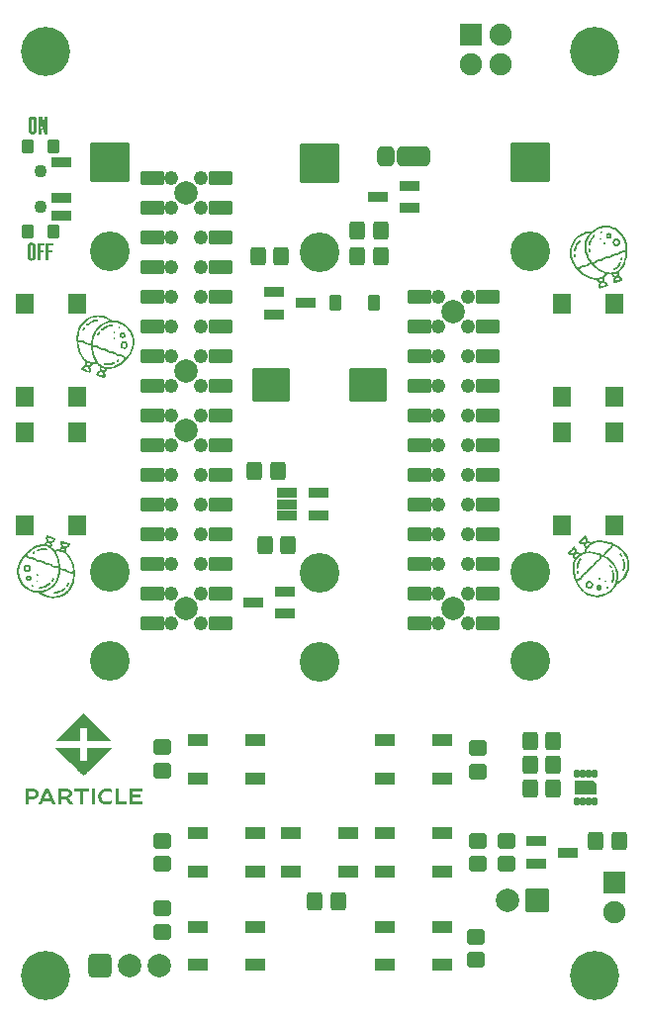
<source format=gts>
G04 #@! TF.GenerationSoftware,KiCad,Pcbnew,7.0.7*
G04 #@! TF.CreationDate,2023-09-21T00:46:47-05:00*
G04 #@! TF.ProjectId,particle-bamf23-badge,70617274-6963-46c6-952d-62616d663233,v1.0*
G04 #@! TF.SameCoordinates,Original*
G04 #@! TF.FileFunction,Soldermask,Top*
G04 #@! TF.FilePolarity,Negative*
%FSLAX46Y46*%
G04 Gerber Fmt 4.6, Leading zero omitted, Abs format (unit mm)*
G04 Created by KiCad (PCBNEW 7.0.7) date 2023-09-21 00:46:47*
%MOMM*%
%LPD*%
G01*
G04 APERTURE LIST*
G04 Aperture macros list*
%AMRoundRect*
0 Rectangle with rounded corners*
0 $1 Rounding radius*
0 $2 $3 $4 $5 $6 $7 $8 $9 X,Y pos of 4 corners*
0 Add a 4 corners polygon primitive as box body*
4,1,4,$2,$3,$4,$5,$6,$7,$8,$9,$2,$3,0*
0 Add four circle primitives for the rounded corners*
1,1,$1+$1,$2,$3*
1,1,$1+$1,$4,$5*
1,1,$1+$1,$6,$7*
1,1,$1+$1,$8,$9*
0 Add four rect primitives between the rounded corners*
20,1,$1+$1,$2,$3,$4,$5,0*
20,1,$1+$1,$4,$5,$6,$7,0*
20,1,$1+$1,$6,$7,$8,$9,0*
20,1,$1+$1,$8,$9,$2,$3,0*%
%AMFreePoly0*
4,1,19,0.558779,0.930902,0.595106,0.880902,0.600000,0.850000,0.600000,-0.850000,0.580902,-0.908779,0.530902,-0.945106,0.500000,-0.950000,-0.500000,-0.950000,-0.558779,-0.930902,-0.595106,-0.880902,-0.600000,-0.850000,-0.600000,0.550000,-0.580902,0.608779,-0.570711,0.620711,-0.270711,0.920711,-0.215643,0.948769,-0.200000,0.950000,0.500000,0.950000,0.558779,0.930902,0.558779,0.930902,
$1*%
G04 Aperture macros list end*
%ADD10C,0.300000*%
%ADD11RoundRect,0.100000X-1.600000X1.600000X-1.600000X-1.600000X1.600000X-1.600000X1.600000X1.600000X0*%
%ADD12C,3.400000*%
%ADD13RoundRect,0.100000X-0.900000X-0.900000X0.900000X-0.900000X0.900000X0.900000X-0.900000X0.900000X0*%
%ADD14C,2.000000*%
%ADD15RoundRect,0.350200X-0.649800X-0.649800X0.649800X-0.649800X0.649800X0.649800X-0.649800X0.649800X0*%
%ADD16RoundRect,0.100000X0.780000X0.325000X-0.780000X0.325000X-0.780000X-0.325000X0.780000X-0.325000X0*%
%ADD17RoundRect,0.350000X-0.450000X0.350000X-0.450000X-0.350000X0.450000X-0.350000X0.450000X0.350000X0*%
%ADD18RoundRect,0.100000X-0.650000X0.775000X-0.650000X-0.775000X0.650000X-0.775000X0.650000X0.775000X0*%
%ADD19RoundRect,0.100000X-0.750000X-0.450000X0.750000X-0.450000X0.750000X0.450000X-0.750000X0.450000X0*%
%ADD20RoundRect,0.350000X0.350000X0.450000X-0.350000X0.450000X-0.350000X-0.450000X0.350000X-0.450000X0*%
%ADD21RoundRect,0.100000X-0.125000X0.275000X-0.125000X-0.275000X0.125000X-0.275000X0.125000X0.275000X0*%
%ADD22RoundRect,0.100000X0.125000X-0.275000X0.125000X0.275000X-0.125000X0.275000X-0.125000X-0.275000X0*%
%ADD23FreePoly0,270.000000*%
%ADD24RoundRect,0.100000X-0.780000X-0.325000X0.780000X-0.325000X0.780000X0.325000X-0.780000X0.325000X0*%
%ADD25RoundRect,0.100000X-0.400000X0.500000X-0.400000X-0.500000X0.400000X-0.500000X0.400000X0.500000X0*%
%ADD26C,1.100000*%
%ADD27RoundRect,0.100000X-0.750000X0.350000X-0.750000X-0.350000X0.750000X-0.350000X0.750000X0.350000X0*%
%ADD28C,1.220000*%
%ADD29RoundRect,0.100000X-0.890000X-0.510000X0.890000X-0.510000X0.890000X0.510000X-0.890000X0.510000X0*%
%ADD30RoundRect,0.100000X1.500000X1.300000X-1.500000X1.300000X-1.500000X-1.300000X1.500000X-1.300000X0*%
%ADD31RoundRect,0.350000X-0.350000X-0.450000X0.350000X-0.450000X0.350000X0.450000X-0.350000X0.450000X0*%
%ADD32RoundRect,0.100000X-0.850000X-0.850000X0.850000X-0.850000X0.850000X0.850000X-0.850000X0.850000X0*%
%ADD33O,1.900000X1.900000*%
%ADD34C,4.200000*%
%ADD35RoundRect,0.350000X0.450000X-0.350000X0.450000X0.350000X-0.450000X0.350000X-0.450000X-0.350000X0*%
%ADD36RoundRect,0.100000X0.650000X-0.775000X0.650000X0.775000X-0.650000X0.775000X-0.650000X-0.775000X0*%
%ADD37RoundRect,0.350000X-1.050000X-0.500000X1.050000X-0.500000X1.050000X0.500000X-1.050000X0.500000X0*%
%ADD38RoundRect,0.409524X-0.340476X-0.440476X0.340476X-0.440476X0.340476X0.440476X-0.340476X0.440476X0*%
%ADD39RoundRect,0.325000X0.225000X0.375000X-0.225000X0.375000X-0.225000X-0.375000X0.225000X-0.375000X0*%
G04 APERTURE END LIST*
D10*
G36*
X102455480Y-59021319D02*
G01*
X102476542Y-59022504D01*
X102496960Y-59024479D01*
X102516733Y-59027244D01*
X102535863Y-59030799D01*
X102554349Y-59035144D01*
X102572190Y-59040278D01*
X102589388Y-59046203D01*
X102605942Y-59052918D01*
X102621851Y-59060423D01*
X102637117Y-59068717D01*
X102651739Y-59077802D01*
X102665716Y-59087677D01*
X102679050Y-59098341D01*
X102691740Y-59109796D01*
X102703785Y-59122041D01*
X102715187Y-59134954D01*
X102725853Y-59148505D01*
X102735783Y-59162694D01*
X102744978Y-59177522D01*
X102753438Y-59192988D01*
X102761161Y-59209092D01*
X102768149Y-59225835D01*
X102774402Y-59243216D01*
X102779919Y-59261235D01*
X102784700Y-59279892D01*
X102788746Y-59299188D01*
X102792056Y-59319122D01*
X102794631Y-59339694D01*
X102796470Y-59360904D01*
X102797573Y-59382753D01*
X102797941Y-59405240D01*
X102797941Y-60184131D01*
X102797573Y-60206619D01*
X102796470Y-60228472D01*
X102794631Y-60249690D01*
X102792056Y-60270272D01*
X102788746Y-60290219D01*
X102784700Y-60309530D01*
X102779919Y-60328206D01*
X102774402Y-60346247D01*
X102768149Y-60363652D01*
X102761161Y-60380422D01*
X102753438Y-60396556D01*
X102744978Y-60412055D01*
X102735783Y-60426919D01*
X102725853Y-60441147D01*
X102715187Y-60454739D01*
X102703785Y-60467697D01*
X102691740Y-60479897D01*
X102679050Y-60491310D01*
X102665716Y-60501936D01*
X102651739Y-60511775D01*
X102637117Y-60520827D01*
X102621851Y-60529091D01*
X102605942Y-60536569D01*
X102589388Y-60543259D01*
X102572190Y-60549163D01*
X102554349Y-60554279D01*
X102535863Y-60558608D01*
X102516733Y-60562150D01*
X102496960Y-60564905D01*
X102476542Y-60566873D01*
X102455480Y-60568053D01*
X102433775Y-60568447D01*
X102412068Y-60568053D01*
X102391002Y-60566873D01*
X102370577Y-60564905D01*
X102350793Y-60562150D01*
X102331651Y-60558608D01*
X102313149Y-60554279D01*
X102295289Y-60549163D01*
X102278070Y-60543259D01*
X102261492Y-60536569D01*
X102245555Y-60529091D01*
X102230259Y-60520827D01*
X102215605Y-60511775D01*
X102201591Y-60501936D01*
X102188219Y-60491310D01*
X102175488Y-60479897D01*
X102163398Y-60467697D01*
X102152041Y-60454739D01*
X102141416Y-60441147D01*
X102131524Y-60426919D01*
X102122365Y-60412055D01*
X102113939Y-60396556D01*
X102106245Y-60380422D01*
X102099284Y-60363652D01*
X102093056Y-60346247D01*
X102087561Y-60328206D01*
X102082798Y-60309530D01*
X102078768Y-60290219D01*
X102075471Y-60270272D01*
X102072906Y-60249690D01*
X102071074Y-60228472D01*
X102069975Y-60206619D01*
X102069859Y-60199518D01*
X102325331Y-60199518D01*
X102325755Y-60215800D01*
X102327025Y-60231031D01*
X102330520Y-60251908D01*
X102335921Y-60270422D01*
X102343228Y-60286573D01*
X102352442Y-60300360D01*
X102363562Y-60311783D01*
X102376588Y-60320843D01*
X102391520Y-60327540D01*
X102408358Y-60331873D01*
X102427103Y-60333842D01*
X102433775Y-60333974D01*
X102453155Y-60332792D01*
X102470629Y-60329247D01*
X102486196Y-60323338D01*
X102499858Y-60315066D01*
X102511613Y-60304430D01*
X102521462Y-60291431D01*
X102529404Y-60276068D01*
X102535441Y-60258342D01*
X102539571Y-60238253D01*
X102541266Y-60223547D01*
X102542113Y-60207790D01*
X102542219Y-60199518D01*
X102542219Y-59389853D01*
X102541795Y-59373571D01*
X102540524Y-59358340D01*
X102537029Y-59337463D01*
X102531628Y-59318949D01*
X102524321Y-59302798D01*
X102515108Y-59289011D01*
X102503988Y-59277588D01*
X102490962Y-59268528D01*
X102476030Y-59261831D01*
X102459191Y-59257498D01*
X102440447Y-59255529D01*
X102433775Y-59255397D01*
X102414395Y-59256579D01*
X102396921Y-59260124D01*
X102381353Y-59266033D01*
X102367692Y-59274305D01*
X102355937Y-59284941D01*
X102346088Y-59297940D01*
X102338145Y-59313302D01*
X102332109Y-59331029D01*
X102327979Y-59351118D01*
X102326284Y-59365824D01*
X102325437Y-59381581D01*
X102325331Y-59389853D01*
X102325331Y-60199518D01*
X102069859Y-60199518D01*
X102069609Y-60184131D01*
X102069609Y-59405240D01*
X102069975Y-59382753D01*
X102071074Y-59360904D01*
X102072906Y-59339694D01*
X102075471Y-59319122D01*
X102078768Y-59299188D01*
X102082798Y-59279892D01*
X102087561Y-59261235D01*
X102093056Y-59243216D01*
X102099284Y-59225835D01*
X102106245Y-59209092D01*
X102113939Y-59192988D01*
X102122365Y-59177522D01*
X102131524Y-59162694D01*
X102141416Y-59148505D01*
X102152041Y-59134954D01*
X102163398Y-59122041D01*
X102175488Y-59109796D01*
X102188219Y-59098341D01*
X102201591Y-59087677D01*
X102215605Y-59077802D01*
X102230259Y-59068717D01*
X102245555Y-59060423D01*
X102261492Y-59052918D01*
X102278070Y-59046203D01*
X102295289Y-59040278D01*
X102313149Y-59035144D01*
X102331651Y-59030799D01*
X102350793Y-59027244D01*
X102370577Y-59024479D01*
X102391002Y-59022504D01*
X102412068Y-59021319D01*
X102433775Y-59020924D01*
X102455480Y-59021319D01*
G37*
G36*
X102926168Y-59044371D02*
G01*
X103238311Y-59044371D01*
X103459228Y-59943063D01*
X103454832Y-59944162D01*
X103447505Y-59044371D01*
X103677581Y-59044371D01*
X103677581Y-60545000D01*
X103418196Y-60545000D01*
X103144888Y-59475216D01*
X103148918Y-59474117D01*
X103156612Y-60545000D01*
X102926168Y-60545000D01*
X102926168Y-59044371D01*
G37*
G36*
X102355480Y-69821319D02*
G01*
X102376542Y-69822504D01*
X102396960Y-69824479D01*
X102416733Y-69827244D01*
X102435863Y-69830799D01*
X102454349Y-69835144D01*
X102472190Y-69840278D01*
X102489388Y-69846203D01*
X102505942Y-69852918D01*
X102521851Y-69860423D01*
X102537117Y-69868717D01*
X102551739Y-69877802D01*
X102565716Y-69887677D01*
X102579050Y-69898341D01*
X102591740Y-69909796D01*
X102603785Y-69922041D01*
X102615187Y-69934954D01*
X102625853Y-69948505D01*
X102635783Y-69962694D01*
X102644978Y-69977522D01*
X102653438Y-69992988D01*
X102661161Y-70009092D01*
X102668149Y-70025835D01*
X102674402Y-70043216D01*
X102679919Y-70061235D01*
X102684700Y-70079892D01*
X102688746Y-70099188D01*
X102692056Y-70119122D01*
X102694631Y-70139694D01*
X102696470Y-70160904D01*
X102697573Y-70182753D01*
X102697941Y-70205240D01*
X102697941Y-70984131D01*
X102697573Y-71006619D01*
X102696470Y-71028472D01*
X102694631Y-71049690D01*
X102692056Y-71070272D01*
X102688746Y-71090219D01*
X102684700Y-71109530D01*
X102679919Y-71128206D01*
X102674402Y-71146247D01*
X102668149Y-71163652D01*
X102661161Y-71180422D01*
X102653438Y-71196556D01*
X102644978Y-71212055D01*
X102635783Y-71226919D01*
X102625853Y-71241147D01*
X102615187Y-71254739D01*
X102603785Y-71267697D01*
X102591740Y-71279897D01*
X102579050Y-71291310D01*
X102565716Y-71301936D01*
X102551739Y-71311775D01*
X102537117Y-71320827D01*
X102521851Y-71329091D01*
X102505942Y-71336569D01*
X102489388Y-71343259D01*
X102472190Y-71349163D01*
X102454349Y-71354279D01*
X102435863Y-71358608D01*
X102416733Y-71362150D01*
X102396960Y-71364905D01*
X102376542Y-71366873D01*
X102355480Y-71368053D01*
X102333775Y-71368447D01*
X102312068Y-71368053D01*
X102291002Y-71366873D01*
X102270577Y-71364905D01*
X102250793Y-71362150D01*
X102231651Y-71358608D01*
X102213149Y-71354279D01*
X102195289Y-71349163D01*
X102178070Y-71343259D01*
X102161492Y-71336569D01*
X102145555Y-71329091D01*
X102130259Y-71320827D01*
X102115605Y-71311775D01*
X102101591Y-71301936D01*
X102088219Y-71291310D01*
X102075488Y-71279897D01*
X102063398Y-71267697D01*
X102052041Y-71254739D01*
X102041416Y-71241147D01*
X102031524Y-71226919D01*
X102022365Y-71212055D01*
X102013939Y-71196556D01*
X102006245Y-71180422D01*
X101999284Y-71163652D01*
X101993056Y-71146247D01*
X101987561Y-71128206D01*
X101982798Y-71109530D01*
X101978768Y-71090219D01*
X101975471Y-71070272D01*
X101972906Y-71049690D01*
X101971074Y-71028472D01*
X101969975Y-71006619D01*
X101969859Y-70999518D01*
X102225331Y-70999518D01*
X102225755Y-71015800D01*
X102227025Y-71031031D01*
X102230520Y-71051908D01*
X102235921Y-71070422D01*
X102243228Y-71086573D01*
X102252442Y-71100360D01*
X102263562Y-71111783D01*
X102276588Y-71120843D01*
X102291520Y-71127540D01*
X102308358Y-71131873D01*
X102327103Y-71133842D01*
X102333775Y-71133974D01*
X102353155Y-71132792D01*
X102370629Y-71129247D01*
X102386196Y-71123338D01*
X102399858Y-71115066D01*
X102411613Y-71104430D01*
X102421462Y-71091431D01*
X102429404Y-71076068D01*
X102435441Y-71058342D01*
X102439571Y-71038253D01*
X102441266Y-71023547D01*
X102442113Y-71007790D01*
X102442219Y-70999518D01*
X102442219Y-70189853D01*
X102441795Y-70173571D01*
X102440524Y-70158340D01*
X102437029Y-70137463D01*
X102431628Y-70118949D01*
X102424321Y-70102798D01*
X102415108Y-70089011D01*
X102403988Y-70077588D01*
X102390962Y-70068528D01*
X102376030Y-70061831D01*
X102359191Y-70057498D01*
X102340447Y-70055529D01*
X102333775Y-70055397D01*
X102314395Y-70056579D01*
X102296921Y-70060124D01*
X102281353Y-70066033D01*
X102267692Y-70074305D01*
X102255937Y-70084941D01*
X102246088Y-70097940D01*
X102238145Y-70113302D01*
X102232109Y-70131029D01*
X102227979Y-70151118D01*
X102226284Y-70165824D01*
X102225437Y-70181581D01*
X102225331Y-70189853D01*
X102225331Y-70999518D01*
X101969859Y-70999518D01*
X101969609Y-70984131D01*
X101969609Y-70205240D01*
X101969975Y-70182753D01*
X101971074Y-70160904D01*
X101972906Y-70139694D01*
X101975471Y-70119122D01*
X101978768Y-70099188D01*
X101982798Y-70079892D01*
X101987561Y-70061235D01*
X101993056Y-70043216D01*
X101999284Y-70025835D01*
X102006245Y-70009092D01*
X102013939Y-69992988D01*
X102022365Y-69977522D01*
X102031524Y-69962694D01*
X102041416Y-69948505D01*
X102052041Y-69934954D01*
X102063398Y-69922041D01*
X102075488Y-69909796D01*
X102088219Y-69898341D01*
X102101591Y-69887677D01*
X102115605Y-69877802D01*
X102130259Y-69868717D01*
X102145555Y-69860423D01*
X102161492Y-69852918D01*
X102178070Y-69846203D01*
X102195289Y-69840278D01*
X102213149Y-69835144D01*
X102231651Y-69830799D01*
X102250793Y-69827244D01*
X102270577Y-69824479D01*
X102291002Y-69822504D01*
X102312068Y-69821319D01*
X102333775Y-69820924D01*
X102355480Y-69821319D01*
G37*
G36*
X102826168Y-69844371D02*
G01*
X103463642Y-69844371D01*
X103463642Y-70078845D01*
X103081891Y-70078845D01*
X103081891Y-70454002D01*
X103381577Y-70454002D01*
X103381577Y-70688475D01*
X103081891Y-70688475D01*
X103081891Y-71345000D01*
X102826168Y-71345000D01*
X102826168Y-69844371D01*
G37*
G36*
X103548639Y-69844371D02*
G01*
X104186113Y-69844371D01*
X104186113Y-70078845D01*
X103804361Y-70078845D01*
X103804361Y-70454002D01*
X104104047Y-70454002D01*
X104104047Y-70688475D01*
X103804361Y-70688475D01*
X103804361Y-71345000D01*
X103548639Y-71345000D01*
X103548639Y-69844371D01*
G37*
G36*
X109879115Y-77025337D02*
G01*
X109904261Y-77052745D01*
X109907191Y-77058482D01*
X109915079Y-77094634D01*
X109906877Y-77127322D01*
X109886034Y-77152787D01*
X109855995Y-77167270D01*
X109820207Y-77167014D01*
X109810357Y-77164060D01*
X109777336Y-77143712D01*
X109759011Y-77115164D01*
X109755476Y-77083105D01*
X109766823Y-77052225D01*
X109793147Y-77027218D01*
X109807492Y-77020069D01*
X109845405Y-77013885D01*
X109879115Y-77025337D01*
G37*
G36*
X109445931Y-77927319D02*
G01*
X109472387Y-77946012D01*
X109484732Y-77966166D01*
X109491756Y-77994804D01*
X109492134Y-77999800D01*
X109491221Y-78027991D01*
X109482985Y-78046822D01*
X109473207Y-78057674D01*
X109439816Y-78078731D01*
X109404310Y-78082419D01*
X109371358Y-78069693D01*
X109345625Y-78041509D01*
X109340120Y-78030441D01*
X109334344Y-77995118D01*
X109346760Y-77963349D01*
X109376030Y-77938039D01*
X109384680Y-77933587D01*
X109418280Y-77922754D01*
X109445931Y-77927319D01*
G37*
G36*
X109451474Y-77398806D02*
G01*
X109463610Y-77401721D01*
X109480877Y-77414540D01*
X109497667Y-77436483D01*
X109498407Y-77437778D01*
X109507730Y-77471558D01*
X109501598Y-77505261D01*
X109483077Y-77534042D01*
X109455228Y-77553059D01*
X109422550Y-77557636D01*
X109387745Y-77545621D01*
X109363425Y-77520931D01*
X109351274Y-77488335D01*
X109352975Y-77452602D01*
X109370212Y-77418499D01*
X109372474Y-77415798D01*
X109391971Y-77404658D01*
X109421398Y-77398516D01*
X109451474Y-77398806D01*
G37*
G36*
X109782435Y-79825835D02*
G01*
X109808350Y-79845260D01*
X109825226Y-79872899D01*
X109835553Y-79900559D01*
X109834833Y-79921025D01*
X109827068Y-79937118D01*
X109807927Y-79959022D01*
X109777407Y-79984496D01*
X109741906Y-80009003D01*
X109707826Y-80028011D01*
X109687937Y-80035699D01*
X109650655Y-80036520D01*
X109618192Y-80020308D01*
X109597205Y-79992688D01*
X109588808Y-79962484D01*
X109594492Y-79934299D01*
X109615638Y-79905423D01*
X109653624Y-79873143D01*
X109660665Y-79867981D01*
X109709830Y-79837233D01*
X109750007Y-79823172D01*
X109782435Y-79825835D01*
G37*
G36*
X108154087Y-77457293D02*
G01*
X108175933Y-77473142D01*
X108192507Y-77491963D01*
X108200248Y-77512787D01*
X108198596Y-77538484D01*
X108186986Y-77571927D01*
X108164860Y-77615986D01*
X108139284Y-77660681D01*
X108114500Y-77701221D01*
X108095666Y-77727775D01*
X108079882Y-77743771D01*
X108064243Y-77752642D01*
X108060253Y-77754070D01*
X108021433Y-77757987D01*
X107987868Y-77744586D01*
X107963768Y-77715618D01*
X107962813Y-77713635D01*
X107956024Y-77694886D01*
X107954882Y-77675907D01*
X107960494Y-77653131D01*
X107973969Y-77622994D01*
X107996416Y-77581928D01*
X108012218Y-77554704D01*
X108036914Y-77514644D01*
X108056732Y-77488208D01*
X108075142Y-77471354D01*
X108092101Y-77461624D01*
X108125841Y-77451360D01*
X108154087Y-77457293D01*
G37*
G36*
X106889767Y-77045808D02*
G01*
X106916125Y-77067356D01*
X106927077Y-77088078D01*
X106931813Y-77103825D01*
X106933377Y-77117533D01*
X106930508Y-77132770D01*
X106921941Y-77153104D01*
X106906411Y-77182102D01*
X106882656Y-77223334D01*
X106873795Y-77238522D01*
X106843999Y-77286665D01*
X106819146Y-77318762D01*
X106796553Y-77336750D01*
X106773539Y-77342573D01*
X106747417Y-77338171D01*
X106739658Y-77335545D01*
X106711539Y-77315715D01*
X106693225Y-77283440D01*
X106688170Y-77251669D01*
X106693155Y-77234702D01*
X106706172Y-77206122D01*
X106724583Y-77170688D01*
X106745755Y-77133159D01*
X106767051Y-77098293D01*
X106785836Y-77070847D01*
X106793703Y-77061125D01*
X106822728Y-77041516D01*
X106856691Y-77036802D01*
X106889767Y-77045808D01*
G37*
G36*
X109410008Y-80043490D02*
G01*
X109431285Y-80055131D01*
X109447384Y-80077433D01*
X109450584Y-80083924D01*
X109458601Y-80119357D01*
X109452548Y-80148638D01*
X109443287Y-80168074D01*
X109429048Y-80182869D01*
X109404979Y-80196895D01*
X109375609Y-80210071D01*
X109234148Y-80262090D01*
X109094101Y-80297612D01*
X108957232Y-80316415D01*
X108825303Y-80318279D01*
X108700081Y-80302983D01*
X108675026Y-80297621D01*
X108618451Y-80282490D01*
X108578917Y-80266440D01*
X108553942Y-80247858D01*
X108541041Y-80225128D01*
X108538037Y-80208497D01*
X108540776Y-80171202D01*
X108557760Y-80144997D01*
X108584025Y-80128601D01*
X108604270Y-80120991D01*
X108624808Y-80118921D01*
X108651553Y-80122647D01*
X108690418Y-80132429D01*
X108694027Y-80133426D01*
X108794387Y-80153007D01*
X108900379Y-80157338D01*
X109013398Y-80146271D01*
X109134833Y-80119656D01*
X109266079Y-80077343D01*
X109285609Y-80070047D01*
X109340121Y-80051196D01*
X109380604Y-80042261D01*
X109410008Y-80043490D01*
G37*
G36*
X107948666Y-76409780D02*
G01*
X107965443Y-76416275D01*
X107980373Y-76427666D01*
X107984091Y-76431114D01*
X108003803Y-76457220D01*
X108007218Y-76486189D01*
X108000386Y-76512016D01*
X107987484Y-76536353D01*
X107967131Y-76553062D01*
X107935351Y-76564243D01*
X107888168Y-76571996D01*
X107886477Y-76572198D01*
X107746919Y-76596991D01*
X107606919Y-76637645D01*
X107470521Y-76692412D01*
X107341767Y-76759552D01*
X107224700Y-76837317D01*
X107169635Y-76881504D01*
X107125710Y-76913102D01*
X107088033Y-76926573D01*
X107055718Y-76921974D01*
X107027877Y-76899364D01*
X107021863Y-76891409D01*
X107008235Y-76864930D01*
X107006286Y-76838751D01*
X107017145Y-76810950D01*
X107041943Y-76779605D01*
X107081812Y-76742791D01*
X107133251Y-76702081D01*
X107254497Y-76620652D01*
X107387578Y-76549757D01*
X107528006Y-76491213D01*
X107671296Y-76446834D01*
X107812957Y-76418440D01*
X107843546Y-76414509D01*
X107892089Y-76409413D01*
X107925672Y-76407665D01*
X107948666Y-76409780D01*
G37*
G36*
X109222965Y-76826084D02*
G01*
X109227376Y-76827117D01*
X109243642Y-76840088D01*
X109260085Y-76863586D01*
X109263714Y-76870732D01*
X109275113Y-76905117D01*
X109272931Y-76932739D01*
X109255933Y-76954675D01*
X109222882Y-76972003D01*
X109172542Y-76985797D01*
X109121538Y-76994644D01*
X108960290Y-77027499D01*
X108808093Y-77077610D01*
X108664472Y-77145180D01*
X108528957Y-77230406D01*
X108488961Y-77260099D01*
X108443801Y-77294430D01*
X108410592Y-77318123D01*
X108386125Y-77332867D01*
X108367197Y-77340357D01*
X108350598Y-77342281D01*
X108335916Y-77340804D01*
X108313569Y-77334174D01*
X108298341Y-77319429D01*
X108286649Y-77297641D01*
X108277233Y-77268804D01*
X108275485Y-77243500D01*
X108276755Y-77237991D01*
X108287575Y-77222017D01*
X108309605Y-77198147D01*
X108338782Y-77170656D01*
X108350261Y-77160687D01*
X108461556Y-77077215D01*
X108586971Y-77002584D01*
X108722425Y-76938541D01*
X108863833Y-76886831D01*
X109007113Y-76849201D01*
X109123603Y-76830020D01*
X109164359Y-76826269D01*
X109199418Y-76824902D01*
X109222965Y-76826084D01*
G37*
G36*
X110152983Y-77486857D02*
G01*
X110200203Y-77497265D01*
X110246831Y-77514401D01*
X110284765Y-77535751D01*
X110291224Y-77540838D01*
X110335932Y-77590764D01*
X110364876Y-77648695D01*
X110377985Y-77711169D01*
X110375188Y-77774720D01*
X110365225Y-77807178D01*
X110356414Y-77835888D01*
X110321592Y-77891206D01*
X110298909Y-77914891D01*
X110242424Y-77954215D01*
X110180117Y-77976004D01*
X110115106Y-77979982D01*
X110050506Y-77965871D01*
X110001024Y-77941253D01*
X109950024Y-77898582D01*
X109914742Y-77847998D01*
X109894507Y-77792221D01*
X109888650Y-77733976D01*
X109890983Y-77716742D01*
X110052907Y-77716742D01*
X110054019Y-77753108D01*
X110061567Y-77771451D01*
X110086391Y-77800364D01*
X110116591Y-77813970D01*
X110148359Y-77814127D01*
X110177890Y-77802695D01*
X110201377Y-77781534D01*
X110215013Y-77752505D01*
X110214992Y-77717468D01*
X110209135Y-77699344D01*
X110189347Y-77671027D01*
X110162263Y-77656010D01*
X110127154Y-77650331D01*
X110098503Y-77659077D01*
X110068295Y-77683699D01*
X110052907Y-77716742D01*
X109890983Y-77716742D01*
X109896499Y-77675986D01*
X109917383Y-77620971D01*
X109950632Y-77571656D01*
X109995573Y-77530764D01*
X110051538Y-77501016D01*
X110113272Y-77485688D01*
X110152983Y-77486857D01*
G37*
G36*
X110303083Y-78253406D02*
G01*
X110348487Y-78259340D01*
X110383793Y-78268750D01*
X110418441Y-78284746D01*
X110445271Y-78300264D01*
X110503927Y-78346389D01*
X110548718Y-78403603D01*
X110579278Y-78468873D01*
X110595240Y-78539161D01*
X110596240Y-78611433D01*
X110581910Y-78682657D01*
X110581553Y-78683455D01*
X110551886Y-78749794D01*
X110506577Y-78809015D01*
X110451705Y-78853404D01*
X110385877Y-78887570D01*
X110316363Y-78908072D01*
X110289699Y-78911633D01*
X110240876Y-78909109D01*
X110184440Y-78896107D01*
X110127269Y-78875125D01*
X110076237Y-78848666D01*
X110039797Y-78820818D01*
X109996418Y-78766519D01*
X109962961Y-78702254D01*
X109943063Y-78635472D01*
X109940391Y-78617104D01*
X109937944Y-78584862D01*
X109939264Y-78557413D01*
X110104012Y-78557413D01*
X110106488Y-78611204D01*
X110113680Y-78636263D01*
X110139141Y-78684130D01*
X110176632Y-78717725D01*
X110212058Y-78734546D01*
X110268323Y-78746247D01*
X110320808Y-78739753D01*
X110363877Y-78717835D01*
X110406187Y-78676341D01*
X110430784Y-78628579D01*
X110437052Y-78576483D01*
X110425403Y-78524566D01*
X110396656Y-78473850D01*
X110356879Y-78437762D01*
X110308524Y-78417767D01*
X110254044Y-78415334D01*
X110245059Y-78416649D01*
X110190777Y-78434627D01*
X110147967Y-78466098D01*
X110118442Y-78508036D01*
X110104012Y-78557413D01*
X109939264Y-78557413D01*
X109939270Y-78557292D01*
X109945473Y-78527831D01*
X109957659Y-78489918D01*
X109965491Y-78468068D01*
X109987492Y-78414117D01*
X110010971Y-78373490D01*
X110040556Y-78340228D01*
X110080872Y-78308370D01*
X110099135Y-78295945D01*
X110141118Y-78275781D01*
X110194640Y-78260955D01*
X110252072Y-78253058D01*
X110303083Y-78253406D01*
G37*
G36*
X108141370Y-76031764D02*
G01*
X108293553Y-76046298D01*
X108449971Y-76075134D01*
X108541634Y-76097740D01*
X108683176Y-76143410D01*
X108826944Y-76204661D01*
X108967914Y-76278934D01*
X109101063Y-76363666D01*
X109183255Y-76424900D01*
X109257434Y-76483953D01*
X109363095Y-76487401D01*
X109534751Y-76501427D01*
X109706207Y-76531691D01*
X109873154Y-76577145D01*
X110031278Y-76636739D01*
X110091670Y-76664584D01*
X110257238Y-76755855D01*
X110411181Y-76862019D01*
X110552640Y-76981972D01*
X110680756Y-77114606D01*
X110794670Y-77258818D01*
X110893520Y-77413501D01*
X110976448Y-77577550D01*
X111042595Y-77749859D01*
X111091100Y-77929323D01*
X111096907Y-77957322D01*
X111123327Y-78137037D01*
X111131825Y-78318453D01*
X111122655Y-78499271D01*
X111096075Y-78677193D01*
X111052340Y-78849920D01*
X111020971Y-78935400D01*
X110991704Y-79015157D01*
X110974982Y-79052754D01*
X110877800Y-79246264D01*
X110769757Y-79427224D01*
X110648930Y-79598245D01*
X110513400Y-79761937D01*
X110429830Y-79849250D01*
X110361242Y-79920911D01*
X110277104Y-80000567D01*
X110118278Y-80137404D01*
X109956559Y-80259309D01*
X109793025Y-80365779D01*
X109628748Y-80456309D01*
X109464805Y-80530397D01*
X109302270Y-80587537D01*
X109142219Y-80627227D01*
X108985725Y-80648963D01*
X108884232Y-80653231D01*
X108806221Y-80653342D01*
X108786881Y-80695317D01*
X108775571Y-80719865D01*
X108742320Y-80776753D01*
X108699382Y-80827543D01*
X108651210Y-80867724D01*
X108606202Y-80891407D01*
X108569370Y-80904870D01*
X108587007Y-80927484D01*
X108611657Y-80966788D01*
X108635322Y-81017600D01*
X108654900Y-81071998D01*
X108667291Y-81122068D01*
X108669435Y-81137928D01*
X108670299Y-81188055D01*
X108665215Y-81243402D01*
X108663049Y-81255186D01*
X108655318Y-81297224D01*
X108641737Y-81342773D01*
X108631351Y-81364952D01*
X108607832Y-81391229D01*
X108582667Y-81405452D01*
X108573970Y-81407864D01*
X108564353Y-81408870D01*
X108551880Y-81407879D01*
X108534614Y-81404298D01*
X108510616Y-81397539D01*
X108477950Y-81387010D01*
X108434679Y-81372119D01*
X108378864Y-81352276D01*
X108308571Y-81326891D01*
X108222293Y-81295528D01*
X108127096Y-81260892D01*
X108048748Y-81232058D01*
X107985805Y-81207958D01*
X107936824Y-81187528D01*
X107900362Y-81169703D01*
X107874974Y-81153418D01*
X107859216Y-81137609D01*
X107851646Y-81121210D01*
X107850819Y-81103157D01*
X107855293Y-81082384D01*
X107863622Y-81057827D01*
X107865482Y-81052761D01*
X108040869Y-81052761D01*
X108270989Y-81136518D01*
X108343615Y-81162946D01*
X108399904Y-81183090D01*
X108441926Y-81197224D01*
X108471750Y-81205615D01*
X108491449Y-81208532D01*
X108503091Y-81206246D01*
X108508745Y-81199024D01*
X108510485Y-81187138D01*
X108510377Y-81170856D01*
X108510325Y-81167669D01*
X108502766Y-81126906D01*
X108482559Y-81077888D01*
X108451907Y-81025064D01*
X108415161Y-80975459D01*
X108361427Y-80910635D01*
X108305913Y-80917148D01*
X108262548Y-80924063D01*
X108215495Y-80934219D01*
X108195068Y-80939618D01*
X108140672Y-80962629D01*
X108090415Y-80997043D01*
X108054548Y-81034348D01*
X108040869Y-81052761D01*
X107865482Y-81052761D01*
X107871387Y-81036679D01*
X107902967Y-80971917D01*
X107947775Y-80909622D01*
X108000200Y-80857430D01*
X108007244Y-80851813D01*
X108038013Y-80831292D01*
X108075874Y-80810662D01*
X108115129Y-80792526D01*
X108150084Y-80779489D01*
X108175040Y-80774153D01*
X108177142Y-80774156D01*
X108186686Y-80772587D01*
X108188919Y-80764296D01*
X108183467Y-80745547D01*
X108171306Y-80715763D01*
X108153407Y-80665874D01*
X108145043Y-80618832D01*
X108145639Y-80576722D01*
X108306569Y-80576722D01*
X108310571Y-80618119D01*
X108321755Y-80658105D01*
X108333583Y-80681158D01*
X108361145Y-80709105D01*
X108400025Y-80734113D01*
X108442076Y-80751540D01*
X108465829Y-80756471D01*
X108510305Y-80752118D01*
X108555546Y-80732411D01*
X108596059Y-80700503D01*
X108622383Y-80666633D01*
X108637619Y-80640990D01*
X108477657Y-80582769D01*
X108419961Y-80561873D01*
X108377956Y-80547115D01*
X108349009Y-80537865D01*
X108330483Y-80533496D01*
X108319744Y-80533373D01*
X108314156Y-80536870D01*
X108311214Y-80542981D01*
X108306569Y-80576722D01*
X108145639Y-80576722D01*
X108145763Y-80567998D01*
X108155114Y-80506736D01*
X108156582Y-80499410D01*
X108171925Y-80424140D01*
X108089985Y-80349876D01*
X108050859Y-80313114D01*
X108011815Y-80274228D01*
X107978455Y-80238896D01*
X107962989Y-80221152D01*
X107917934Y-80166694D01*
X107848827Y-80179853D01*
X107809015Y-80185779D01*
X107757531Y-80191124D01*
X107702242Y-80195151D01*
X107668666Y-80196692D01*
X107557611Y-80200370D01*
X107526986Y-80257545D01*
X107521328Y-80268107D01*
X107474997Y-80338779D01*
X107420785Y-80393257D01*
X107361006Y-80429781D01*
X107317413Y-80449034D01*
X107349356Y-80498314D01*
X107390528Y-80578604D01*
X107413393Y-80662975D01*
X107417676Y-80749164D01*
X107405384Y-80821464D01*
X107403098Y-80834908D01*
X107394023Y-80862933D01*
X107383858Y-80890991D01*
X107374489Y-80913755D01*
X107364130Y-80931110D01*
X107350987Y-80942947D01*
X107333272Y-80949152D01*
X107309193Y-80949614D01*
X107276960Y-80944219D01*
X107234784Y-80932857D01*
X107180872Y-80915414D01*
X107113435Y-80891779D01*
X107030684Y-80861838D01*
X106958830Y-80835666D01*
X106872224Y-80804103D01*
X106802128Y-80778389D01*
X106746680Y-80757734D01*
X106704015Y-80741344D01*
X106672268Y-80728427D01*
X106649577Y-80718190D01*
X106634077Y-80709840D01*
X106623905Y-80702586D01*
X106617197Y-80695634D01*
X106612110Y-80688228D01*
X106600853Y-80656465D01*
X106603421Y-80617898D01*
X106613532Y-80589270D01*
X106798942Y-80589270D01*
X106803959Y-80595076D01*
X106816020Y-80602416D01*
X106837135Y-80612172D01*
X106869317Y-80625224D01*
X106914576Y-80642454D01*
X106974922Y-80664740D01*
X107023736Y-80682555D01*
X107253857Y-80766312D01*
X107255213Y-80743414D01*
X107253238Y-80691748D01*
X107239907Y-80642005D01*
X107213664Y-80590700D01*
X107172954Y-80534348D01*
X107149426Y-80506328D01*
X107102458Y-80452304D01*
X107037478Y-80461939D01*
X106991727Y-80471154D01*
X106943049Y-80484625D01*
X106914711Y-80494550D01*
X106868358Y-80517316D01*
X106830323Y-80544347D01*
X106805012Y-80572233D01*
X106798958Y-80584120D01*
X106798942Y-80589270D01*
X106613532Y-80589270D01*
X106620209Y-80570363D01*
X106640734Y-80530409D01*
X106687295Y-80463023D01*
X106744260Y-80405429D01*
X106808013Y-80360509D01*
X106874931Y-80331141D01*
X106898866Y-80324979D01*
X106937995Y-80316863D01*
X106916919Y-80262963D01*
X106895633Y-80188489D01*
X106893533Y-80147918D01*
X107055815Y-80147918D01*
X107068336Y-80197787D01*
X107091970Y-80240391D01*
X107118770Y-80266181D01*
X107156157Y-80283823D01*
X107201620Y-80294648D01*
X107245935Y-80296974D01*
X107268487Y-80293495D01*
X107301729Y-80277978D01*
X107335437Y-80252395D01*
X107362666Y-80222746D01*
X107374441Y-80202024D01*
X107376125Y-80195140D01*
X107373842Y-80188872D01*
X107365171Y-80182005D01*
X107347685Y-80173329D01*
X107318963Y-80161632D01*
X107276579Y-80145703D01*
X107221363Y-80125515D01*
X107061401Y-80067293D01*
X107056589Y-80096731D01*
X107055815Y-80147918D01*
X106893533Y-80147918D01*
X106891855Y-80115483D01*
X106905297Y-80038350D01*
X106905396Y-80037986D01*
X106924305Y-79968381D01*
X106864613Y-79918159D01*
X106755309Y-79814295D01*
X106653586Y-79693481D01*
X106560193Y-79557076D01*
X106475881Y-79406436D01*
X106401403Y-79242919D01*
X106337507Y-79067882D01*
X106284946Y-78882684D01*
X106279658Y-78860776D01*
X106230585Y-78617515D01*
X106200524Y-78382754D01*
X106362595Y-78382754D01*
X106362892Y-78408962D01*
X106366362Y-78448029D01*
X106373070Y-78502846D01*
X106374923Y-78516831D01*
X106408892Y-78721331D01*
X106454310Y-78913893D01*
X106510821Y-79093812D01*
X106578068Y-79260378D01*
X106655697Y-79412887D01*
X106743350Y-79550630D01*
X106840672Y-79672901D01*
X106947306Y-79778993D01*
X107051868Y-79860694D01*
X107117313Y-79900348D01*
X107195111Y-79938847D01*
X107278162Y-79973177D01*
X107359368Y-80000332D01*
X107413098Y-80013831D01*
X107526008Y-80030139D01*
X107644453Y-80034619D01*
X107736313Y-80029343D01*
X107814694Y-80021097D01*
X107775711Y-79949805D01*
X107679857Y-79754441D01*
X107599898Y-79548364D01*
X107536119Y-79332604D01*
X107488797Y-79108193D01*
X107458217Y-78876159D01*
X107455914Y-78845263D01*
X107617400Y-78845263D01*
X107617466Y-78880896D01*
X107622362Y-78930634D01*
X107627386Y-78969833D01*
X107663155Y-79183259D01*
X107711968Y-79384685D01*
X107773552Y-79573362D01*
X107847631Y-79748538D01*
X107933931Y-79909461D01*
X108015934Y-80033438D01*
X108087666Y-80120451D01*
X108111118Y-80148898D01*
X108216820Y-80248658D01*
X108331935Y-80332176D01*
X108455356Y-80398916D01*
X108585975Y-80448338D01*
X108722685Y-80479901D01*
X108864381Y-80493067D01*
X108956336Y-80491637D01*
X109100876Y-80474375D01*
X109250041Y-80439230D01*
X109402432Y-80386909D01*
X109556653Y-80318117D01*
X109711303Y-80233560D01*
X109864986Y-80133942D01*
X110016305Y-80019970D01*
X110163859Y-79892348D01*
X110187125Y-79870615D01*
X110225030Y-79833746D01*
X110249535Y-79807031D01*
X110262408Y-79788314D01*
X110265416Y-79775435D01*
X110265372Y-79775116D01*
X110252698Y-79736711D01*
X110227497Y-79694279D01*
X110193702Y-79654322D01*
X110190408Y-79651102D01*
X110128437Y-79602487D01*
X110057053Y-79567545D01*
X109974059Y-79545463D01*
X109878447Y-79535473D01*
X109809246Y-79528484D01*
X109736431Y-79512404D01*
X109698575Y-79501249D01*
X109653486Y-79486338D01*
X109615872Y-79471546D01*
X109581045Y-79454334D01*
X109544322Y-79432160D01*
X109501017Y-79402483D01*
X109455466Y-79369412D01*
X109388435Y-79329525D01*
X109309988Y-79300742D01*
X109217894Y-79282367D01*
X109156793Y-79276164D01*
X109105412Y-79272042D01*
X109066692Y-79267207D01*
X109033781Y-79260053D01*
X108999823Y-79248971D01*
X108957963Y-79232355D01*
X108942508Y-79225911D01*
X108881086Y-79198231D01*
X108831692Y-79171028D01*
X108787327Y-79140347D01*
X108777591Y-79132774D01*
X108716190Y-79090110D01*
X108652251Y-79058710D01*
X108581166Y-79036971D01*
X108498327Y-79023288D01*
X108450192Y-79018905D01*
X108398765Y-79014783D01*
X108360025Y-79009960D01*
X108327134Y-79002834D01*
X108293261Y-78991807D01*
X108251571Y-78975274D01*
X108235642Y-78968633D01*
X108176475Y-78942103D01*
X108129283Y-78916420D01*
X108087101Y-78887629D01*
X108070809Y-78874947D01*
X107999932Y-78827333D01*
X107923933Y-78792648D01*
X107846403Y-78771774D01*
X107770936Y-78765595D01*
X107701123Y-78774994D01*
X107684673Y-78779984D01*
X107655800Y-78791092D01*
X107635604Y-78803548D01*
X107623124Y-78820543D01*
X107617400Y-78845263D01*
X107455914Y-78845263D01*
X107449030Y-78752911D01*
X107441974Y-78625589D01*
X107376578Y-78598713D01*
X107334720Y-78583648D01*
X107293091Y-78574086D01*
X107243584Y-78568392D01*
X107217813Y-78566723D01*
X107173398Y-78563478D01*
X107135771Y-78558244D01*
X107125958Y-78555963D01*
X107602064Y-78555963D01*
X107602645Y-78593415D01*
X107604722Y-78616397D01*
X107605916Y-78620553D01*
X107618803Y-78626119D01*
X107645892Y-78621693D01*
X107651203Y-78620113D01*
X107704757Y-78608710D01*
X107768636Y-78603294D01*
X107834414Y-78604380D01*
X107863079Y-78607215D01*
X107924840Y-78620906D01*
X107994317Y-78645617D01*
X108065376Y-78678587D01*
X108131883Y-78717057D01*
X108174434Y-78747339D01*
X108248266Y-78797603D01*
X108323844Y-78831694D01*
X108406286Y-78851458D01*
X108482336Y-78858255D01*
X108526348Y-78860642D01*
X108562939Y-78865091D01*
X108598733Y-78873016D01*
X108640354Y-78885832D01*
X108684916Y-78901502D01*
X108736264Y-78920727D01*
X108775124Y-78937417D01*
X108807668Y-78954824D01*
X108840070Y-78976195D01*
X108872509Y-79000203D01*
X108948085Y-79051126D01*
X109021426Y-79085866D01*
X109097706Y-79106320D01*
X109182102Y-79114383D01*
X109184400Y-79114444D01*
X109225125Y-79116194D01*
X109259531Y-79120042D01*
X109293690Y-79127282D01*
X109333676Y-79139208D01*
X109385564Y-79157116D01*
X109387002Y-79157628D01*
X109438431Y-79176495D01*
X109476973Y-79192441D01*
X109508365Y-79208452D01*
X109538345Y-79227511D01*
X109572650Y-79252604D01*
X109579306Y-79257671D01*
X109648978Y-79305493D01*
X109715674Y-79338552D01*
X109785851Y-79359197D01*
X109865963Y-79369778D01*
X109891429Y-79371274D01*
X109934758Y-79373854D01*
X109970205Y-79377960D01*
X110003791Y-79384937D01*
X110041537Y-79396129D01*
X110089463Y-79412880D01*
X110107764Y-79419571D01*
X110170659Y-79444100D01*
X110219625Y-79467416D01*
X110259694Y-79493030D01*
X110295895Y-79524452D01*
X110333258Y-79565197D01*
X110356313Y-79593083D01*
X110380668Y-79621456D01*
X110396952Y-79635554D01*
X110407779Y-79637461D01*
X110410207Y-79636081D01*
X110424236Y-79621927D01*
X110447080Y-79594930D01*
X110476343Y-79558247D01*
X110509630Y-79515040D01*
X110544545Y-79468466D01*
X110578691Y-79421685D01*
X110609676Y-79377855D01*
X110635102Y-79340135D01*
X110637767Y-79336012D01*
X110691996Y-79249314D01*
X110736820Y-79171765D01*
X110775212Y-79097394D01*
X110810143Y-79020229D01*
X110844581Y-78934299D01*
X110865268Y-78878728D01*
X110899879Y-78778666D01*
X110926020Y-78689838D01*
X110944857Y-78606481D01*
X110957551Y-78522829D01*
X110965264Y-78433118D01*
X110968167Y-78368582D01*
X110964314Y-78193087D01*
X110941819Y-78020170D01*
X110901476Y-77851279D01*
X110844078Y-77687864D01*
X110770418Y-77531373D01*
X110681292Y-77383257D01*
X110577493Y-77244961D01*
X110459814Y-77117937D01*
X110329049Y-77003634D01*
X110185993Y-76903499D01*
X110155300Y-76884900D01*
X110113358Y-76860526D01*
X110073792Y-76838232D01*
X110041924Y-76820981D01*
X110027072Y-76813504D01*
X109978374Y-76792366D01*
X109918608Y-76768935D01*
X109853676Y-76745294D01*
X109789478Y-76723526D01*
X109731915Y-76705713D01*
X109690556Y-76694761D01*
X109511957Y-76663394D01*
X109438617Y-76658233D01*
X109334211Y-76650886D01*
X109158550Y-76656729D01*
X108986202Y-76680417D01*
X108818399Y-76721443D01*
X108656369Y-76779297D01*
X108501342Y-76853474D01*
X108354548Y-76943467D01*
X108217217Y-77048767D01*
X108090577Y-77168868D01*
X107975860Y-77303262D01*
X107880385Y-77441543D01*
X107807955Y-77574076D01*
X107745241Y-77721514D01*
X107693017Y-77881389D01*
X107652060Y-78051231D01*
X107623144Y-78228574D01*
X107617359Y-78278773D01*
X107612279Y-78334096D01*
X107608088Y-78393108D01*
X107604907Y-78452177D01*
X107602859Y-78507672D01*
X107602064Y-78555963D01*
X107125958Y-78555963D01*
X107098451Y-78549569D01*
X107054958Y-78536000D01*
X107009629Y-78520015D01*
X106956435Y-78500075D01*
X106916609Y-78483130D01*
X106884828Y-78466484D01*
X106855768Y-78447444D01*
X106834053Y-78431139D01*
X106756653Y-78377220D01*
X106683396Y-78340009D01*
X106610904Y-78318180D01*
X106535801Y-78310410D01*
X106526289Y-78310359D01*
X106476980Y-78315120D01*
X106428542Y-78327510D01*
X106388169Y-78345351D01*
X106371253Y-78357361D01*
X106365405Y-78366517D01*
X106362595Y-78382754D01*
X106200524Y-78382754D01*
X106200087Y-78379342D01*
X106188175Y-78145262D01*
X106189465Y-78100674D01*
X106347957Y-78100674D01*
X106348116Y-78137115D01*
X106349772Y-78158155D01*
X106349783Y-78158208D01*
X106356481Y-78165293D01*
X106374552Y-78166499D01*
X106407238Y-78161903D01*
X106418386Y-78159795D01*
X106479645Y-78149290D01*
X106530634Y-78144878D01*
X106577466Y-78147100D01*
X106626249Y-78156502D01*
X106683095Y-78173625D01*
X106720317Y-78186641D01*
X106772480Y-78205904D01*
X106811525Y-78221968D01*
X106842916Y-78237671D01*
X106872118Y-78255849D01*
X106904594Y-78279343D01*
X106917045Y-78288809D01*
X106993959Y-78340334D01*
X107070468Y-78375352D01*
X107152209Y-78395943D01*
X107228449Y-78403580D01*
X107278116Y-78407602D01*
X107329969Y-78414565D01*
X107373950Y-78423079D01*
X107379599Y-78424496D01*
X107413753Y-78432899D01*
X107433286Y-78435523D01*
X107442302Y-78432169D01*
X107444903Y-78422644D01*
X107444967Y-78421381D01*
X107455573Y-78261958D01*
X107474239Y-78114509D01*
X107502222Y-77972692D01*
X107540779Y-77830165D01*
X107591165Y-77680585D01*
X107592434Y-77677118D01*
X107617666Y-77608896D01*
X107638233Y-77555257D01*
X107655903Y-77512338D01*
X107672446Y-77476274D01*
X107689631Y-77443200D01*
X107709230Y-77409252D01*
X107732201Y-77371858D01*
X107843267Y-77211313D01*
X107966546Y-77065449D01*
X108101370Y-76934750D01*
X108247073Y-76819699D01*
X108402985Y-76720777D01*
X108568439Y-76638466D01*
X108742767Y-76573250D01*
X108895007Y-76532157D01*
X108949649Y-76518888D01*
X108985140Y-76507936D01*
X109001721Y-76499215D01*
X109002342Y-76494545D01*
X108990290Y-76485272D01*
X108965202Y-76468801D01*
X108931063Y-76447526D01*
X108891858Y-76423843D01*
X108851573Y-76400144D01*
X108814194Y-76378826D01*
X108783706Y-76362282D01*
X108774007Y-76357378D01*
X108723657Y-76335135D01*
X108660284Y-76310600D01*
X108589913Y-76285828D01*
X108518571Y-76262870D01*
X108452283Y-76243780D01*
X108410168Y-76233384D01*
X108232403Y-76203674D01*
X108054634Y-76193281D01*
X107877954Y-76202012D01*
X107703456Y-76229677D01*
X107532235Y-76276083D01*
X107365381Y-76341040D01*
X107203991Y-76424355D01*
X107156918Y-76452829D01*
X107010222Y-76555256D01*
X106878491Y-76669560D01*
X106761577Y-76795990D01*
X106659332Y-76934792D01*
X106571612Y-77086217D01*
X106498267Y-77250510D01*
X106439153Y-77427919D01*
X106394120Y-77618695D01*
X106367610Y-77785178D01*
X106362848Y-77829060D01*
X106358423Y-77881817D01*
X106354527Y-77939404D01*
X106351356Y-77997772D01*
X106349101Y-78052878D01*
X106347957Y-78100674D01*
X106189465Y-78100674D01*
X106194856Y-77914285D01*
X106220137Y-77685417D01*
X106264027Y-77457669D01*
X106291775Y-77348206D01*
X106348633Y-77176904D01*
X106423606Y-77012479D01*
X106516280Y-76855605D01*
X106626243Y-76706955D01*
X106753080Y-76567203D01*
X106796452Y-76525143D01*
X106877611Y-76451935D01*
X106954974Y-76389539D01*
X107033541Y-76334606D01*
X107118314Y-76283789D01*
X107214293Y-76233737D01*
X107275102Y-76204655D01*
X107381401Y-76157457D01*
X107477832Y-76120282D01*
X107570174Y-76091449D01*
X107664207Y-76069282D01*
X107765712Y-76052100D01*
X107828280Y-76043994D01*
X107988064Y-76031131D01*
X108141370Y-76031764D01*
G37*
G36*
X151646011Y-99266734D02*
G01*
X151669202Y-99290067D01*
X151680742Y-99324494D01*
X151681158Y-99340517D01*
X151670740Y-99377490D01*
X151646115Y-99403202D01*
X151610647Y-99414409D01*
X151604209Y-99414640D01*
X151568111Y-99406510D01*
X151541952Y-99385263D01*
X151527682Y-99355610D01*
X151527251Y-99322265D01*
X151542607Y-99289938D01*
X151549448Y-99282260D01*
X151581844Y-99260932D01*
X151615462Y-99256389D01*
X151646011Y-99266734D01*
G37*
G36*
X150997424Y-98499625D02*
G01*
X151020970Y-98524304D01*
X151031539Y-98561527D01*
X151031918Y-98571249D01*
X151027536Y-98606280D01*
X151011713Y-98629410D01*
X150983590Y-98645487D01*
X150960107Y-98648159D01*
X150931184Y-98642421D01*
X150926496Y-98640653D01*
X150901333Y-98627911D01*
X150887747Y-98612489D01*
X150882044Y-98599040D01*
X150877071Y-98559878D01*
X150888734Y-98526141D01*
X150914194Y-98501654D01*
X150950612Y-98490243D01*
X150962970Y-98489931D01*
X150997424Y-98499625D01*
G37*
G36*
X151449572Y-98729144D02*
G01*
X151481238Y-98745787D01*
X151504860Y-98775822D01*
X151506352Y-98779014D01*
X151508209Y-98801392D01*
X151501340Y-98830657D01*
X151488366Y-98857793D01*
X151480595Y-98867560D01*
X151461679Y-98877792D01*
X151434696Y-98883735D01*
X151433211Y-98883859D01*
X151398655Y-98878032D01*
X151370702Y-98858232D01*
X151352445Y-98829282D01*
X151346979Y-98796005D01*
X151356641Y-98764454D01*
X151382239Y-98737989D01*
X151414894Y-98726382D01*
X151449572Y-98729144D01*
G37*
G36*
X149106845Y-97898803D02*
G01*
X149129986Y-97915866D01*
X149147221Y-97947234D01*
X149160422Y-97995303D01*
X149162125Y-98003866D01*
X149169214Y-98061419D01*
X149164978Y-98103774D01*
X149148860Y-98132039D01*
X149120303Y-98147316D01*
X149088121Y-98150931D01*
X149058689Y-98148600D01*
X149040445Y-98139298D01*
X149029141Y-98125460D01*
X149017378Y-98098855D01*
X149007189Y-98060429D01*
X148999982Y-98017897D01*
X148997158Y-97978977D01*
X148998595Y-97957702D01*
X149013608Y-97923567D01*
X149042020Y-97900996D01*
X149075922Y-97893648D01*
X149106845Y-97898803D01*
G37*
G36*
X151852031Y-97377327D02*
G01*
X151869715Y-97384312D01*
X151887984Y-97399023D01*
X151909603Y-97423973D01*
X151937335Y-97461672D01*
X151955330Y-97487499D01*
X151981200Y-97526811D01*
X151996784Y-97555945D01*
X152004278Y-97579753D01*
X152005930Y-97599235D01*
X152000972Y-97634151D01*
X151983658Y-97657244D01*
X151960061Y-97670345D01*
X151935999Y-97677412D01*
X151913855Y-97675627D01*
X151891264Y-97663269D01*
X151865860Y-97638614D01*
X151835281Y-97599941D01*
X151805582Y-97557872D01*
X151779315Y-97518277D01*
X151763208Y-97489986D01*
X151755381Y-97468920D01*
X151753951Y-97450997D01*
X151754342Y-97446777D01*
X151767199Y-97409940D01*
X151793529Y-97385182D01*
X151829968Y-97375584D01*
X151832169Y-97375556D01*
X151852031Y-97377327D01*
G37*
G36*
X152789540Y-96415572D02*
G01*
X152802811Y-96427261D01*
X152823211Y-96451136D01*
X152847544Y-96482798D01*
X152872610Y-96517846D01*
X152895209Y-96551882D01*
X152912145Y-96580506D01*
X152917631Y-96591745D01*
X152923137Y-96626337D01*
X152913056Y-96659111D01*
X152890915Y-96685281D01*
X152860247Y-96700063D01*
X152836837Y-96701232D01*
X152820565Y-96698869D01*
X152807479Y-96694493D01*
X152794883Y-96685454D01*
X152780074Y-96669095D01*
X152760356Y-96642766D01*
X152733026Y-96603811D01*
X152723007Y-96589362D01*
X152691967Y-96542011D01*
X152673380Y-96505922D01*
X152666625Y-96477844D01*
X152671074Y-96454525D01*
X152686103Y-96432710D01*
X152691762Y-96426788D01*
X152721618Y-96409684D01*
X152758609Y-96406726D01*
X152789540Y-96415572D01*
G37*
G36*
X149327956Y-96842511D02*
G01*
X149360599Y-96860755D01*
X149377171Y-96887222D01*
X149380931Y-96917956D01*
X149379272Y-96939521D01*
X149372469Y-96959009D01*
X149357789Y-96981673D01*
X149332498Y-97012763D01*
X149330069Y-97015613D01*
X149269909Y-97098294D01*
X149221189Y-97192526D01*
X149183456Y-97299632D01*
X149156257Y-97420938D01*
X149139138Y-97557770D01*
X149137496Y-97578553D01*
X149131544Y-97635925D01*
X149122533Y-97676391D01*
X149108992Y-97702521D01*
X149089450Y-97716884D01*
X149062434Y-97722050D01*
X149055198Y-97722207D01*
X149019697Y-97714498D01*
X148995718Y-97696638D01*
X148982016Y-97680030D01*
X148974625Y-97660872D01*
X148972085Y-97633131D01*
X148972557Y-97600944D01*
X148985195Y-97450752D01*
X149012188Y-97308815D01*
X149052990Y-97176823D01*
X149107056Y-97056467D01*
X149173840Y-96949441D01*
X149189288Y-96929000D01*
X149226912Y-96884120D01*
X149258165Y-96855073D01*
X149285561Y-96840292D01*
X149311614Y-96838206D01*
X149327956Y-96842511D01*
G37*
G36*
X153029329Y-96878390D02*
G01*
X153049936Y-96899980D01*
X153067865Y-96935702D01*
X153084379Y-96987394D01*
X153099537Y-97051219D01*
X153122095Y-97195518D01*
X153130106Y-97346091D01*
X153123817Y-97498105D01*
X153103481Y-97646724D01*
X153069346Y-97787113D01*
X153059982Y-97816497D01*
X153044085Y-97862646D01*
X153031476Y-97893821D01*
X153019841Y-97913767D01*
X153006865Y-97926227D01*
X152990231Y-97934945D01*
X152985535Y-97936857D01*
X152953545Y-97943689D01*
X152925846Y-97934542D01*
X152905327Y-97917434D01*
X152888723Y-97895456D01*
X152882181Y-97869948D01*
X152885478Y-97836421D01*
X152898392Y-97790382D01*
X152898923Y-97788764D01*
X152935433Y-97651803D01*
X152957755Y-97507740D01*
X152965763Y-97360975D01*
X152959327Y-97215910D01*
X152938323Y-97076945D01*
X152921547Y-97008366D01*
X152911473Y-96955202D01*
X152915188Y-96915363D01*
X152933013Y-96888019D01*
X152965271Y-96872341D01*
X152975022Y-96870252D01*
X153004779Y-96869092D01*
X153029329Y-96878390D01*
G37*
G36*
X152102443Y-97848511D02*
G01*
X152126115Y-97857620D01*
X152130571Y-97861099D01*
X152140476Y-97877656D01*
X152152799Y-97907711D01*
X152165384Y-97945772D01*
X152169567Y-97960389D01*
X152198183Y-98096533D01*
X152212820Y-98241738D01*
X152213617Y-98391567D01*
X152200720Y-98541579D01*
X152174272Y-98687338D01*
X152142425Y-98801021D01*
X152128601Y-98839543D01*
X152115023Y-98871895D01*
X152104000Y-98892736D01*
X152101199Y-98896298D01*
X152082570Y-98905558D01*
X152054324Y-98910529D01*
X152046315Y-98910799D01*
X152010333Y-98906598D01*
X151986222Y-98892947D01*
X151973524Y-98868271D01*
X151971788Y-98830993D01*
X151980561Y-98779540D01*
X151994098Y-98729576D01*
X152032468Y-98569550D01*
X152051372Y-98410435D01*
X152050830Y-98251714D01*
X152030861Y-98092878D01*
X152020852Y-98044080D01*
X152008824Y-97988642D01*
X152001386Y-97948532D01*
X151998363Y-97920126D01*
X151999574Y-97899806D01*
X152004845Y-97883949D01*
X152012389Y-97871267D01*
X152027842Y-97853815D01*
X152047640Y-97846246D01*
X152072329Y-97844858D01*
X152102443Y-97848511D01*
G37*
G36*
X150944576Y-99093053D02*
G01*
X150999840Y-99112360D01*
X151049080Y-99143982D01*
X151090114Y-99186159D01*
X151120757Y-99237134D01*
X151138825Y-99295146D01*
X151142134Y-99358440D01*
X151129936Y-99420868D01*
X151112094Y-99456364D01*
X151082705Y-99494761D01*
X151047469Y-99529779D01*
X151012087Y-99555136D01*
X151004747Y-99558840D01*
X150940605Y-99578259D01*
X150875869Y-99580009D01*
X150813708Y-99565487D01*
X150757294Y-99536094D01*
X150732087Y-99513348D01*
X150709791Y-99493228D01*
X150674372Y-99438290D01*
X150662492Y-99407724D01*
X150651687Y-99345459D01*
X150815322Y-99345459D01*
X150824573Y-99375688D01*
X150845120Y-99400314D01*
X150876883Y-99415103D01*
X150895785Y-99417454D01*
X150929811Y-99411488D01*
X150954868Y-99393288D01*
X150974852Y-99363868D01*
X150979034Y-99334205D01*
X150969485Y-99296421D01*
X150946041Y-99268511D01*
X150912613Y-99254150D01*
X150892798Y-99253238D01*
X150856102Y-99263518D01*
X150831009Y-99285138D01*
X150817441Y-99313864D01*
X150815322Y-99345459D01*
X150651687Y-99345459D01*
X150650724Y-99339911D01*
X150657309Y-99274234D01*
X150681178Y-99213633D01*
X150721268Y-99161049D01*
X150764492Y-99126607D01*
X150824718Y-99098418D01*
X150885474Y-99087820D01*
X150944576Y-99093053D01*
G37*
G36*
X150159811Y-98780686D02*
G01*
X150177588Y-98786027D01*
X150207843Y-98797436D01*
X150232270Y-98810290D01*
X150256349Y-98828361D01*
X150285560Y-98855429D01*
X150302053Y-98871761D01*
X150341650Y-98914502D01*
X150368548Y-98952951D01*
X150386191Y-98993821D01*
X150398025Y-99043823D01*
X150401568Y-99065626D01*
X150402100Y-99112197D01*
X150392918Y-99166971D01*
X150375803Y-99222358D01*
X150353929Y-99268443D01*
X150329363Y-99307085D01*
X150305913Y-99335107D01*
X150276773Y-99359748D01*
X150251371Y-99377506D01*
X150184778Y-99411174D01*
X150113995Y-99427588D01*
X150041926Y-99427701D01*
X149971477Y-99412463D01*
X149905553Y-99382825D01*
X149847059Y-99339737D01*
X149846486Y-99339077D01*
X149798901Y-99284153D01*
X149764376Y-99218061D01*
X149747336Y-99149570D01*
X149744339Y-99078969D01*
X149905658Y-99078969D01*
X149907321Y-99127266D01*
X149927047Y-99183147D01*
X149959939Y-99225624D01*
X150004504Y-99253323D01*
X150056481Y-99264706D01*
X150114594Y-99260085D01*
X150164112Y-99239287D01*
X150202668Y-99203913D01*
X150227898Y-99155565D01*
X150230503Y-99146867D01*
X150237150Y-99090072D01*
X150226719Y-99037973D01*
X150201189Y-98993490D01*
X150162537Y-98959545D01*
X150112740Y-98939056D01*
X150086989Y-98934984D01*
X150032846Y-98937829D01*
X149986553Y-98957610D01*
X149956337Y-98982608D01*
X149921954Y-99028657D01*
X149905658Y-99078969D01*
X149744339Y-99078969D01*
X149744191Y-99075471D01*
X149754988Y-99003805D01*
X149763029Y-98978134D01*
X149785951Y-98934953D01*
X149821585Y-98889300D01*
X149864763Y-98846351D01*
X149910310Y-98811283D01*
X149950949Y-98790027D01*
X150018494Y-98773659D01*
X150090877Y-98770497D01*
X150159811Y-98780686D01*
G37*
G36*
X149740649Y-94897507D02*
G01*
X149774517Y-94916134D01*
X149810504Y-94951438D01*
X149838039Y-94986925D01*
X149879435Y-95057602D01*
X149907558Y-95133571D01*
X149921326Y-95210334D01*
X149919662Y-95283394D01*
X149915131Y-95307691D01*
X149905950Y-95346583D01*
X149963707Y-95350261D01*
X150040200Y-95362444D01*
X150107962Y-95389873D01*
X150172187Y-95434654D01*
X150172475Y-95434897D01*
X150227568Y-95481451D01*
X150298311Y-95448576D01*
X150438638Y-95393408D01*
X150591123Y-95352274D01*
X150754217Y-95325278D01*
X150926375Y-95312529D01*
X151106048Y-95314134D01*
X151291688Y-95330199D01*
X151481748Y-95360831D01*
X151503838Y-95365297D01*
X151745047Y-95423627D01*
X151973794Y-95496643D01*
X152190977Y-95584774D01*
X152397489Y-95688444D01*
X152594230Y-95808080D01*
X152782091Y-95944109D01*
X152869571Y-96015518D01*
X153000795Y-96139444D01*
X153118129Y-96276882D01*
X153221140Y-96427171D01*
X153309390Y-96589653D01*
X153382444Y-96763668D01*
X153402234Y-96820752D01*
X153434284Y-96925246D01*
X153458139Y-97021731D01*
X153474721Y-97116152D01*
X153484951Y-97214459D01*
X153489751Y-97322598D01*
X153490409Y-97390000D01*
X153488261Y-97506287D01*
X153481199Y-97609393D01*
X153468305Y-97705269D01*
X153448656Y-97799860D01*
X153421330Y-97899116D01*
X153402234Y-97959248D01*
X153346364Y-98109498D01*
X153281000Y-98248172D01*
X153203513Y-98379955D01*
X153111274Y-98509531D01*
X153052047Y-98583052D01*
X152950838Y-98692032D01*
X152834566Y-98796444D01*
X152707676Y-98892817D01*
X152574612Y-98977682D01*
X152484378Y-99026295D01*
X152399509Y-99068567D01*
X152351730Y-99162871D01*
X152266473Y-99312517D01*
X152166583Y-99455118D01*
X152054834Y-99587214D01*
X151933997Y-99705337D01*
X151883238Y-99748304D01*
X151730547Y-99859786D01*
X151569271Y-99954439D01*
X151400773Y-100031950D01*
X151226421Y-100092009D01*
X151047579Y-100134303D01*
X150865612Y-100158520D01*
X150681887Y-100164349D01*
X150497767Y-100151478D01*
X150314618Y-100119593D01*
X150286788Y-100113023D01*
X150112745Y-100061017D01*
X149944735Y-99992048D01*
X149784734Y-99907321D01*
X149634716Y-99808038D01*
X149496654Y-99695403D01*
X149432441Y-99630848D01*
X149372525Y-99570616D01*
X149345517Y-99539572D01*
X149211209Y-99369714D01*
X149092865Y-99195316D01*
X148988930Y-99013534D01*
X148897852Y-98821522D01*
X148881080Y-98778403D01*
X149055303Y-98778403D01*
X149055528Y-98781187D01*
X149062427Y-98799883D01*
X149077240Y-98831996D01*
X149098119Y-98874021D01*
X149123210Y-98922449D01*
X149150665Y-98973776D01*
X149178632Y-99024494D01*
X149205261Y-99071098D01*
X149228701Y-99110083D01*
X149231312Y-99114241D01*
X149286969Y-99200029D01*
X149338308Y-99273428D01*
X149389487Y-99339653D01*
X149444659Y-99403922D01*
X149507984Y-99471449D01*
X149549605Y-99513683D01*
X149625665Y-99587339D01*
X149695123Y-99648572D01*
X149762710Y-99700872D01*
X149833159Y-99747730D01*
X149911206Y-99792634D01*
X149968468Y-99822539D01*
X150129149Y-99893215D01*
X150295372Y-99945905D01*
X150465488Y-99980718D01*
X150637850Y-99997760D01*
X150810809Y-99997137D01*
X150982714Y-99978958D01*
X151151920Y-99943331D01*
X151316776Y-99890360D01*
X151475634Y-99820153D01*
X151626845Y-99732819D01*
X151656673Y-99712863D01*
X151696489Y-99685151D01*
X151733416Y-99658714D01*
X151762518Y-99637122D01*
X151775571Y-99626821D01*
X151815310Y-99591619D01*
X151861804Y-99547356D01*
X151910671Y-99498498D01*
X151957531Y-99449514D01*
X151998002Y-99404872D01*
X152025407Y-99372017D01*
X152129315Y-99223408D01*
X152164987Y-99159120D01*
X152215769Y-99067602D01*
X152284711Y-98905929D01*
X152336080Y-98739718D01*
X152369814Y-98570298D01*
X152385857Y-98398999D01*
X152384148Y-98227148D01*
X152364624Y-98056075D01*
X152327228Y-97887109D01*
X152271900Y-97721578D01*
X152198579Y-97560811D01*
X152113604Y-97415841D01*
X152024098Y-97294186D01*
X151916978Y-97175039D01*
X151794153Y-97060142D01*
X151657533Y-96951243D01*
X151509026Y-96850088D01*
X151465975Y-96823630D01*
X151417982Y-96795646D01*
X151366271Y-96766908D01*
X151314080Y-96739062D01*
X151264650Y-96713752D01*
X151221220Y-96692623D01*
X151187031Y-96677321D01*
X151165325Y-96669491D01*
X151161053Y-96668817D01*
X151150563Y-96678144D01*
X151143126Y-96704566D01*
X151142313Y-96710047D01*
X151130015Y-96763402D01*
X151107927Y-96823586D01*
X151079144Y-96882741D01*
X151064460Y-96907523D01*
X151025950Y-96957711D01*
X150974192Y-97010236D01*
X150914280Y-97060703D01*
X150851308Y-97104721D01*
X150805880Y-97130487D01*
X150729123Y-97176160D01*
X150666285Y-97230249D01*
X150613532Y-97296615D01*
X150575231Y-97362666D01*
X150554468Y-97401546D01*
X150534971Y-97432828D01*
X150512661Y-97461919D01*
X150483457Y-97494224D01*
X150450422Y-97527988D01*
X150411298Y-97566401D01*
X150379748Y-97594567D01*
X150350219Y-97616706D01*
X150317156Y-97637040D01*
X150281688Y-97656293D01*
X150203596Y-97703267D01*
X150141116Y-97755055D01*
X150090341Y-97815544D01*
X150047366Y-97888625D01*
X150046340Y-97890682D01*
X150027542Y-97926852D01*
X150009515Y-97956408D01*
X149988517Y-97984307D01*
X149960809Y-98015507D01*
X149922651Y-98054965D01*
X149921578Y-98056051D01*
X149882745Y-98094688D01*
X149852005Y-98122880D01*
X149824227Y-98144564D01*
X149794283Y-98163681D01*
X149757043Y-98184166D01*
X149749638Y-98188058D01*
X149676852Y-98230992D01*
X149618703Y-98277468D01*
X149570334Y-98332345D01*
X149526888Y-98400479D01*
X149514770Y-98422927D01*
X149494120Y-98461106D01*
X149475418Y-98491496D01*
X149454900Y-98518987D01*
X149428805Y-98548466D01*
X149393369Y-98584823D01*
X149379571Y-98598582D01*
X149330759Y-98645218D01*
X149288934Y-98679742D01*
X149248786Y-98705232D01*
X149205008Y-98724762D01*
X149152291Y-98741404D01*
X149117274Y-98750514D01*
X149081266Y-98760596D01*
X149061607Y-98769397D01*
X149055303Y-98778403D01*
X148881080Y-98778403D01*
X148854038Y-98708882D01*
X148818078Y-98616436D01*
X148781443Y-98506517D01*
X148724550Y-98304741D01*
X148682412Y-98106655D01*
X148655030Y-97913446D01*
X148642407Y-97726301D01*
X148642490Y-97719363D01*
X148798121Y-97719363D01*
X148809397Y-97895259D01*
X148834732Y-98076644D01*
X148874077Y-98261952D01*
X148927382Y-98449616D01*
X148937247Y-98479888D01*
X148954642Y-98529823D01*
X148968498Y-98563322D01*
X148980021Y-98582899D01*
X148990422Y-98591068D01*
X148990729Y-98591164D01*
X149030892Y-98595908D01*
X149079999Y-98591000D01*
X149130495Y-98577258D01*
X149134805Y-98575633D01*
X149205056Y-98540014D01*
X149266891Y-98490086D01*
X149321980Y-98424200D01*
X149371441Y-98341768D01*
X149407022Y-98282004D01*
X149452368Y-98222807D01*
X149478476Y-98193212D01*
X149511045Y-98158649D01*
X149540348Y-98130810D01*
X149570666Y-98106521D01*
X149606281Y-98082610D01*
X149651480Y-98055904D01*
X149700703Y-98028597D01*
X149765182Y-97984703D01*
X149824421Y-97925771D01*
X149879995Y-97850071D01*
X149911439Y-97797316D01*
X149936890Y-97752491D01*
X149957635Y-97719442D01*
X149978028Y-97692638D01*
X150002422Y-97666545D01*
X150035173Y-97635629D01*
X150047544Y-97624345D01*
X150098589Y-97580376D01*
X150144118Y-97547106D01*
X150190674Y-97519864D01*
X150201653Y-97514241D01*
X150266268Y-97476623D01*
X150321748Y-97431946D01*
X150371493Y-97376708D01*
X150418903Y-97307413D01*
X150443217Y-97265640D01*
X150468687Y-97220774D01*
X150489431Y-97187701D01*
X150509789Y-97160904D01*
X150534099Y-97134865D01*
X150566701Y-97104068D01*
X150579452Y-97092437D01*
X150628502Y-97050026D01*
X150671722Y-97018109D01*
X150715643Y-96992047D01*
X150734022Y-96982641D01*
X150807128Y-96938528D01*
X150870682Y-96884308D01*
X150922367Y-96822864D01*
X150959861Y-96757079D01*
X150980846Y-96689834D01*
X150983276Y-96672817D01*
X150985411Y-96641955D01*
X150982657Y-96618386D01*
X150972667Y-96600147D01*
X151400933Y-96600147D01*
X151408467Y-96606529D01*
X151409585Y-96607121D01*
X151549588Y-96684109D01*
X151675334Y-96763341D01*
X151792038Y-96848636D01*
X151904917Y-96943815D01*
X152019188Y-97052695D01*
X152021793Y-97055311D01*
X152072960Y-97107011D01*
X152112882Y-97148319D01*
X152144312Y-97182472D01*
X152170006Y-97212707D01*
X152192718Y-97242260D01*
X152215203Y-97274370D01*
X152239385Y-97310991D01*
X152337950Y-97479501D01*
X152418048Y-97652874D01*
X152479521Y-97830302D01*
X152522216Y-98010976D01*
X152545980Y-98194087D01*
X152550654Y-98378825D01*
X152536086Y-98564381D01*
X152508989Y-98719725D01*
X152497922Y-98774854D01*
X152492850Y-98811649D01*
X152493746Y-98830362D01*
X152497715Y-98832899D01*
X152511213Y-98825895D01*
X152536744Y-98810118D01*
X152570453Y-98788169D01*
X152608486Y-98762646D01*
X152646990Y-98736151D01*
X152682107Y-98711283D01*
X152709987Y-98690644D01*
X152718530Y-98683926D01*
X152759968Y-98647694D01*
X152808986Y-98600627D01*
X152861177Y-98547319D01*
X152912135Y-98492363D01*
X152957451Y-98440353D01*
X152984672Y-98406578D01*
X153086725Y-98258024D01*
X153171273Y-98101303D01*
X153238028Y-97937487D01*
X153286701Y-97767647D01*
X153317004Y-97592855D01*
X153328648Y-97414182D01*
X153321345Y-97232703D01*
X153315433Y-97178006D01*
X153284599Y-97001767D01*
X153236676Y-96834071D01*
X153171502Y-96674679D01*
X153088915Y-96523354D01*
X152988750Y-96379858D01*
X152870847Y-96243952D01*
X152735042Y-96115399D01*
X152581172Y-95993960D01*
X152441491Y-95899576D01*
X152403732Y-95876714D01*
X152357789Y-95850407D01*
X152307244Y-95822539D01*
X152255685Y-95794998D01*
X152206695Y-95769666D01*
X152163860Y-95748430D01*
X152130766Y-95733173D01*
X152110998Y-95725782D01*
X152110945Y-95725770D01*
X152101693Y-95728846D01*
X152092962Y-95744714D01*
X152083315Y-95776279D01*
X152080514Y-95787274D01*
X152064145Y-95847233D01*
X152046595Y-95895310D01*
X152024789Y-95936814D01*
X151995652Y-95977054D01*
X151956109Y-96021337D01*
X151928582Y-96049571D01*
X151889078Y-96088706D01*
X151858018Y-96117303D01*
X151830520Y-96139117D01*
X151801704Y-96157900D01*
X151766686Y-96177405D01*
X151752845Y-96184689D01*
X151673642Y-96232622D01*
X151609571Y-96287163D01*
X151556364Y-96352543D01*
X151517222Y-96418413D01*
X151492587Y-96461726D01*
X151464362Y-96505778D01*
X151438058Y-96542040D01*
X151434387Y-96546562D01*
X151412337Y-96573964D01*
X151401704Y-96590559D01*
X151400933Y-96600147D01*
X150972667Y-96600147D01*
X150972528Y-96599894D01*
X150952544Y-96584258D01*
X150920221Y-96569259D01*
X150873074Y-96552677D01*
X150835425Y-96540664D01*
X150626878Y-96482884D01*
X150423695Y-96441997D01*
X150226669Y-96418073D01*
X150036599Y-96411178D01*
X149854281Y-96421384D01*
X149707263Y-96443308D01*
X149598088Y-96471547D01*
X149562395Y-96480779D01*
X149427311Y-96534417D01*
X149302967Y-96603450D01*
X149190320Y-96687102D01*
X149090327Y-96784596D01*
X149003944Y-96895159D01*
X148932129Y-97018015D01*
X148894563Y-97101959D01*
X148849123Y-97240252D01*
X148817935Y-97390294D01*
X148800950Y-97550519D01*
X148798121Y-97719363D01*
X148642490Y-97719363D01*
X148644547Y-97546408D01*
X148661450Y-97374952D01*
X148693119Y-97213123D01*
X148739557Y-97062105D01*
X148778582Y-96968318D01*
X148811450Y-96897569D01*
X148781581Y-96862302D01*
X148764113Y-96841677D01*
X148726607Y-96787499D01*
X148698723Y-96727120D01*
X148682664Y-96666480D01*
X148681245Y-96636965D01*
X148845729Y-96636965D01*
X148857526Y-96687167D01*
X148877097Y-96725338D01*
X148893899Y-96749984D01*
X149014268Y-96629615D01*
X149057590Y-96586155D01*
X149088717Y-96554323D01*
X149109334Y-96531997D01*
X149121123Y-96517053D01*
X149125773Y-96507372D01*
X149124965Y-96500830D01*
X149120670Y-96495581D01*
X149092053Y-96477112D01*
X149052844Y-96463244D01*
X149011878Y-96456480D01*
X148985986Y-96457458D01*
X148949009Y-96470627D01*
X148909913Y-96495295D01*
X148876346Y-96526041D01*
X148861839Y-96545485D01*
X148846989Y-96587633D01*
X148845729Y-96636965D01*
X148681245Y-96636965D01*
X148680222Y-96615680D01*
X148683586Y-96576609D01*
X148655636Y-96583036D01*
X148609597Y-96588766D01*
X148553546Y-96588740D01*
X148495970Y-96583494D01*
X148445354Y-96573564D01*
X148430074Y-96568804D01*
X148384279Y-96548402D01*
X148336265Y-96520404D01*
X148326502Y-96513461D01*
X148291669Y-96488688D01*
X148256127Y-96457130D01*
X148240416Y-96438343D01*
X148226540Y-96405923D01*
X148225229Y-96389172D01*
X148438458Y-96389172D01*
X148442613Y-96397349D01*
X148452650Y-96403949D01*
X148467452Y-96410732D01*
X148470362Y-96412032D01*
X148510501Y-96422409D01*
X148563466Y-96424811D01*
X148624295Y-96419355D01*
X148684783Y-96407016D01*
X148766241Y-96385712D01*
X148783800Y-96332647D01*
X148795860Y-96290423D01*
X148806541Y-96243486D01*
X148810280Y-96222691D01*
X148812414Y-96163666D01*
X148802464Y-96103574D01*
X148783812Y-96055302D01*
X148772905Y-96035123D01*
X148599742Y-96208285D01*
X148545098Y-96262938D01*
X148503052Y-96305440D01*
X148472483Y-96337551D01*
X148452275Y-96361035D01*
X148441306Y-96377655D01*
X148438458Y-96389172D01*
X148225229Y-96389172D01*
X148224285Y-96377105D01*
X148225775Y-96368203D01*
X148228926Y-96359062D01*
X148235097Y-96348177D01*
X148245639Y-96334041D01*
X148261907Y-96315149D01*
X148285255Y-96289994D01*
X148317038Y-96257069D01*
X148358609Y-96214870D01*
X148411324Y-96161891D01*
X148476210Y-96096951D01*
X148547833Y-96025311D01*
X148607077Y-95966489D01*
X148655520Y-95919629D01*
X148694736Y-95883871D01*
X148726300Y-95858358D01*
X148751789Y-95842231D01*
X148772776Y-95834631D01*
X148790838Y-95834701D01*
X148807550Y-95841581D01*
X148824486Y-95854414D01*
X148843222Y-95872342D01*
X148859106Y-95888317D01*
X148904455Y-95944307D01*
X148941976Y-96011244D01*
X148967123Y-96080814D01*
X148969236Y-96089573D01*
X148974831Y-96126131D01*
X148977528Y-96169163D01*
X148977375Y-96212406D01*
X148974418Y-96249595D01*
X148968707Y-96274468D01*
X148967816Y-96276371D01*
X148965204Y-96285684D01*
X148971775Y-96291213D01*
X148991071Y-96294194D01*
X149023205Y-96295760D01*
X149075983Y-96300622D01*
X149122153Y-96312923D01*
X149167919Y-96335059D01*
X149219490Y-96369424D01*
X149225509Y-96373851D01*
X149287243Y-96419566D01*
X149389178Y-96376689D01*
X149439032Y-96356765D01*
X149490775Y-96337813D01*
X149536894Y-96322511D01*
X149559513Y-96315993D01*
X149627910Y-96298174D01*
X149636027Y-96266139D01*
X149803496Y-96266139D01*
X149884583Y-96260937D01*
X150102153Y-96256628D01*
X150322714Y-96271253D01*
X150545213Y-96304634D01*
X150768598Y-96356586D01*
X150991815Y-96426933D01*
X151107399Y-96470693D01*
X151225774Y-96518107D01*
X151277769Y-96470196D01*
X151309113Y-96438627D01*
X151335372Y-96404939D01*
X151361455Y-96362477D01*
X151373860Y-96339826D01*
X151395571Y-96300944D01*
X151416217Y-96269054D01*
X151439850Y-96238897D01*
X151470530Y-96205214D01*
X151504174Y-96170886D01*
X151544726Y-96131103D01*
X151576914Y-96102170D01*
X151605432Y-96080401D01*
X151634970Y-96062111D01*
X151658925Y-96049321D01*
X151740502Y-96001961D01*
X151805186Y-95951293D01*
X151855606Y-95894818D01*
X151894389Y-95830035D01*
X151898454Y-95821436D01*
X151914979Y-95774735D01*
X151924220Y-95725599D01*
X151925114Y-95681469D01*
X151921377Y-95661062D01*
X151915551Y-95651892D01*
X151902022Y-95642483D01*
X151878145Y-95631677D01*
X151841271Y-95618311D01*
X151788756Y-95601224D01*
X151775297Y-95596994D01*
X151575602Y-95541354D01*
X151381887Y-95501136D01*
X151194942Y-95476316D01*
X151015562Y-95466869D01*
X150844535Y-95472771D01*
X150682653Y-95493999D01*
X150530708Y-95530529D01*
X150389491Y-95582336D01*
X150271254Y-95642572D01*
X150207657Y-95685127D01*
X150139887Y-95739366D01*
X150073675Y-95800127D01*
X150014744Y-95862249D01*
X149979803Y-95905240D01*
X149917306Y-96000679D01*
X149863188Y-96106134D01*
X149829148Y-96191616D01*
X149803496Y-96266139D01*
X149636027Y-96266139D01*
X149645189Y-96229981D01*
X149656644Y-96191394D01*
X149673558Y-96142475D01*
X149693274Y-96090664D01*
X149706067Y-96059583D01*
X149749668Y-95957378D01*
X149710792Y-95905459D01*
X149703610Y-95895868D01*
X149659140Y-95824010D01*
X149632678Y-95751854D01*
X149624839Y-95682240D01*
X149625376Y-95655987D01*
X149787457Y-95655987D01*
X149787471Y-95692671D01*
X149796411Y-95734034D01*
X149811775Y-95771242D01*
X149825580Y-95790671D01*
X149831107Y-95795106D01*
X149837753Y-95795686D01*
X149847641Y-95790730D01*
X149862893Y-95778549D01*
X149885633Y-95757461D01*
X149917982Y-95725780D01*
X149959614Y-95684269D01*
X150079984Y-95563900D01*
X150055337Y-95547098D01*
X150009273Y-95524764D01*
X149958785Y-95515036D01*
X149910185Y-95518451D01*
X149875485Y-95531840D01*
X149843695Y-95558268D01*
X149814671Y-95594897D01*
X149793834Y-95634077D01*
X149787457Y-95655987D01*
X149625376Y-95655987D01*
X149625813Y-95634595D01*
X149567651Y-95642718D01*
X149477483Y-95646101D01*
X149391354Y-95631167D01*
X149311431Y-95598624D01*
X149251100Y-95556928D01*
X149239881Y-95549174D01*
X149218317Y-95529106D01*
X149197183Y-95508035D01*
X149180512Y-95489924D01*
X149169161Y-95473200D01*
X149163987Y-95456286D01*
X149165322Y-95442906D01*
X149365122Y-95442906D01*
X149385301Y-95453812D01*
X149432962Y-95473857D01*
X149483678Y-95482797D01*
X149541267Y-95480696D01*
X149609544Y-95467616D01*
X149644882Y-95458133D01*
X149713694Y-95438398D01*
X149732423Y-95375434D01*
X149743406Y-95330075D01*
X149751770Y-95280265D01*
X149754751Y-95250387D01*
X149753708Y-95198756D01*
X149745284Y-95152861D01*
X149730707Y-95118136D01*
X149722492Y-95107625D01*
X149717832Y-95105434D01*
X149710450Y-95107527D01*
X149698700Y-95115356D01*
X149680934Y-95130370D01*
X149655504Y-95154021D01*
X149620762Y-95187758D01*
X149575060Y-95233032D01*
X149538285Y-95269743D01*
X149365122Y-95442906D01*
X149165322Y-95442906D01*
X149165850Y-95437609D01*
X149175608Y-95415591D01*
X149194119Y-95388658D01*
X149222242Y-95355235D01*
X149260834Y-95313746D01*
X149310755Y-95262616D01*
X149372863Y-95200272D01*
X149426950Y-95146211D01*
X149492156Y-95081058D01*
X149545085Y-95028397D01*
X149587238Y-94986873D01*
X149620124Y-94955132D01*
X149645247Y-94931818D01*
X149664115Y-94915580D01*
X149678233Y-94905061D01*
X149689107Y-94898907D01*
X149698242Y-94895766D01*
X149707104Y-94894286D01*
X149740649Y-94897507D01*
G37*
G36*
X151132658Y-68853717D02*
G01*
X151138590Y-68856229D01*
X151167870Y-68878853D01*
X151182599Y-68909165D01*
X151183000Y-68942070D01*
X151169299Y-68972473D01*
X151141719Y-68995282D01*
X151132275Y-68999349D01*
X151093900Y-69004988D01*
X151061512Y-68994898D01*
X151038196Y-68972611D01*
X151027040Y-68941663D01*
X151031131Y-68905585D01*
X151037525Y-68890888D01*
X151062592Y-68861781D01*
X151095777Y-68848885D01*
X151132658Y-68853717D01*
G37*
G36*
X151398416Y-69823106D02*
G01*
X151422205Y-69840530D01*
X151425705Y-69844114D01*
X151443127Y-69866296D01*
X151448922Y-69886015D01*
X151448407Y-69900614D01*
X151436363Y-69938208D01*
X151411535Y-69963855D01*
X151378112Y-69975288D01*
X151340283Y-69970239D01*
X151328951Y-69965299D01*
X151301822Y-69941953D01*
X151290912Y-69909635D01*
X151297065Y-69871433D01*
X151300830Y-69862462D01*
X151319606Y-69832565D01*
X151343722Y-69818289D01*
X151376004Y-69815603D01*
X151398416Y-69823106D01*
G37*
G36*
X151067851Y-69409031D02*
G01*
X151069250Y-69409547D01*
X151098105Y-69429432D01*
X151115072Y-69459191D01*
X151119383Y-69493144D01*
X151110274Y-69525613D01*
X151088183Y-69550124D01*
X151053798Y-69563292D01*
X151019297Y-69560011D01*
X150989036Y-69542852D01*
X150967371Y-69514385D01*
X150958655Y-69477182D01*
X150958651Y-69473658D01*
X150966426Y-69452592D01*
X150985020Y-69428972D01*
X151008247Y-69409861D01*
X151019417Y-69404293D01*
X151040884Y-69403015D01*
X151067851Y-69409031D01*
G37*
G36*
X152884874Y-71064883D02*
G01*
X152910564Y-71079434D01*
X152923167Y-71095575D01*
X152927564Y-71112894D01*
X152926981Y-71141977D01*
X152919975Y-71181109D01*
X152908533Y-71222702D01*
X152894644Y-71259169D01*
X152884350Y-71277843D01*
X152856317Y-71302436D01*
X152821029Y-71310884D01*
X152787198Y-71303216D01*
X152761351Y-71285476D01*
X152747588Y-71260231D01*
X152745226Y-71224519D01*
X152753576Y-71175374D01*
X152755651Y-71166894D01*
X152773549Y-71111737D01*
X152795288Y-71075141D01*
X152821841Y-71056336D01*
X152854179Y-71054558D01*
X152884874Y-71064883D01*
G37*
G36*
X150103702Y-70290472D02*
G01*
X150123017Y-70301448D01*
X150138269Y-70322196D01*
X150150873Y-70355277D01*
X150162243Y-70403250D01*
X150171380Y-70453928D01*
X150178453Y-70500915D01*
X150181094Y-70533362D01*
X150179285Y-70555762D01*
X150173007Y-70572610D01*
X150170869Y-70576269D01*
X150143648Y-70604222D01*
X150109323Y-70615532D01*
X150072241Y-70608832D01*
X150070234Y-70607927D01*
X150052982Y-70597928D01*
X150039907Y-70584124D01*
X150029566Y-70563070D01*
X150020517Y-70531321D01*
X150011316Y-70485434D01*
X150005922Y-70454422D01*
X149999090Y-70407860D01*
X149997278Y-70374870D01*
X150000548Y-70350125D01*
X150007285Y-70331770D01*
X150026534Y-70302221D01*
X150051985Y-70288609D01*
X150078908Y-70286708D01*
X150103702Y-70290472D01*
G37*
G36*
X148874715Y-70794481D02*
G01*
X148888463Y-70803500D01*
X148898474Y-70812995D01*
X148906070Y-70826512D01*
X148912577Y-70847595D01*
X148919321Y-70879792D01*
X148927627Y-70926646D01*
X148930601Y-70943976D01*
X148938721Y-71000009D01*
X148940315Y-71040572D01*
X148934570Y-71068874D01*
X148920683Y-71088128D01*
X148897843Y-71101547D01*
X148890212Y-71104522D01*
X148855924Y-71107406D01*
X148821149Y-71094454D01*
X148796855Y-71073365D01*
X148789767Y-71057163D01*
X148781368Y-71026903D01*
X148772696Y-70987925D01*
X148764791Y-70945567D01*
X148758693Y-70905169D01*
X148755441Y-70872069D01*
X148755219Y-70859565D01*
X148764848Y-70825886D01*
X148787836Y-70800444D01*
X148818962Y-70786083D01*
X148853004Y-70785647D01*
X148874715Y-70794481D01*
G37*
G36*
X152726902Y-71464438D02*
G01*
X152733525Y-71467353D01*
X152762442Y-71489343D01*
X152776627Y-71515664D01*
X152782026Y-71536506D01*
X152780628Y-71556993D01*
X152771206Y-71583208D01*
X152757176Y-71612180D01*
X152682249Y-71742959D01*
X152597799Y-71860190D01*
X152505037Y-71962572D01*
X152405172Y-72048802D01*
X152299414Y-72117576D01*
X152276776Y-72129574D01*
X152223710Y-72154348D01*
X152183109Y-72167466D01*
X152152032Y-72169284D01*
X152127539Y-72160164D01*
X152114548Y-72149356D01*
X152092673Y-72119025D01*
X152088839Y-72088034D01*
X152098420Y-72058591D01*
X152109038Y-72039748D01*
X152123440Y-72024961D01*
X152146322Y-72010624D01*
X152182382Y-71993136D01*
X152185788Y-71991579D01*
X152275254Y-71942069D01*
X152359234Y-71877257D01*
X152438697Y-71796131D01*
X152514614Y-71697686D01*
X152587956Y-71580909D01*
X152598227Y-71562767D01*
X152627868Y-71513286D01*
X152653137Y-71480420D01*
X152676452Y-71462460D01*
X152700233Y-71457702D01*
X152726902Y-71464438D01*
G37*
G36*
X149262145Y-69611781D02*
G01*
X149294026Y-69619109D01*
X149315263Y-69639106D01*
X149326631Y-69663282D01*
X149332391Y-69690218D01*
X149327540Y-69716101D01*
X149310382Y-69745094D01*
X149279221Y-69781362D01*
X149278056Y-69782604D01*
X149187085Y-69891303D01*
X149105970Y-70012435D01*
X149036687Y-70142065D01*
X148981212Y-70276258D01*
X148941520Y-70411079D01*
X148927741Y-70480323D01*
X148914403Y-70532763D01*
X148894200Y-70567300D01*
X148866489Y-70584549D01*
X148830628Y-70585125D01*
X148820908Y-70582897D01*
X148793448Y-70571373D01*
X148775128Y-70552571D01*
X148765575Y-70524295D01*
X148764423Y-70484342D01*
X148771302Y-70430514D01*
X148784538Y-70366263D01*
X148825077Y-70225950D01*
X148881452Y-70086099D01*
X148951395Y-69950986D01*
X149032635Y-69824885D01*
X149122903Y-69712076D01*
X149143808Y-69689402D01*
X149177719Y-69654296D01*
X149202321Y-69631370D01*
X149221295Y-69618209D01*
X149238322Y-69612401D01*
X149257081Y-69611530D01*
X149262145Y-69611781D01*
G37*
G36*
X150517601Y-69122882D02*
G01*
X150524974Y-69126023D01*
X150555809Y-69145036D01*
X150571892Y-69167598D01*
X150572972Y-69195328D01*
X150558791Y-69229847D01*
X150529095Y-69272772D01*
X150495711Y-69312334D01*
X150393306Y-69441150D01*
X150308927Y-69577369D01*
X150242340Y-69721448D01*
X150193312Y-69873842D01*
X150181760Y-69922297D01*
X150169232Y-69977624D01*
X150159022Y-70017120D01*
X150149757Y-70044142D01*
X150140072Y-70062046D01*
X150128593Y-70074191D01*
X150116396Y-70082496D01*
X150095015Y-70091782D01*
X150073873Y-70090275D01*
X150050911Y-70081099D01*
X150025162Y-70065061D01*
X150007558Y-70046801D01*
X150004989Y-70041765D01*
X150003010Y-70022573D01*
X150004543Y-69990126D01*
X150009222Y-69950313D01*
X150011609Y-69935297D01*
X150043211Y-69799815D01*
X150091312Y-69662029D01*
X150153910Y-69525902D01*
X150228996Y-69395394D01*
X150314567Y-69274470D01*
X150391474Y-69184897D01*
X150420284Y-69155826D01*
X150446262Y-69132244D01*
X150465060Y-69118014D01*
X150469103Y-69115969D01*
X150489901Y-69115450D01*
X150517601Y-69122882D01*
G37*
G36*
X151809169Y-68988391D02*
G01*
X151868578Y-69014164D01*
X151918778Y-69053596D01*
X151957485Y-69104077D01*
X151970717Y-69135345D01*
X151982421Y-69163001D01*
X151991304Y-69227761D01*
X151989152Y-69260484D01*
X151971159Y-69326916D01*
X151937435Y-69383658D01*
X151890191Y-69428493D01*
X151831634Y-69459208D01*
X151777904Y-69472156D01*
X151711408Y-69472251D01*
X151651865Y-69456179D01*
X151600512Y-69426458D01*
X151558586Y-69385605D01*
X151527323Y-69336136D01*
X151507958Y-69280570D01*
X151502803Y-69231618D01*
X151663884Y-69231618D01*
X151673337Y-69266821D01*
X151697563Y-69293964D01*
X151715137Y-69303164D01*
X151752738Y-69309356D01*
X151784618Y-69300366D01*
X151809055Y-69280066D01*
X151824328Y-69252326D01*
X151828718Y-69221020D01*
X151820505Y-69190017D01*
X151797967Y-69163191D01*
X151781830Y-69153072D01*
X151748470Y-69144098D01*
X151718070Y-69150004D01*
X151687524Y-69168222D01*
X151671198Y-69193339D01*
X151663884Y-69231618D01*
X151502803Y-69231618D01*
X151501729Y-69221420D01*
X151509871Y-69161207D01*
X151533621Y-69102445D01*
X151571060Y-69051021D01*
X151602232Y-69026391D01*
X151645094Y-69004012D01*
X151691828Y-68987166D01*
X151734611Y-68979138D01*
X151742829Y-68978883D01*
X151809169Y-68988391D01*
G37*
G36*
X152494655Y-69474286D02*
G01*
X152560020Y-69504642D01*
X152617428Y-69548225D01*
X152664650Y-69602946D01*
X152699454Y-69666718D01*
X152699694Y-69667558D01*
X152719609Y-69737447D01*
X152722967Y-69811938D01*
X152709465Y-69881212D01*
X152681000Y-69949698D01*
X152640927Y-70010087D01*
X152622791Y-70029954D01*
X152583767Y-70059403D01*
X152532178Y-70085718D01*
X152474895Y-70106395D01*
X152418794Y-70118929D01*
X152372980Y-70121019D01*
X152304847Y-70107307D01*
X152237908Y-70079582D01*
X152179739Y-70041216D01*
X152165885Y-70028862D01*
X152143286Y-70005736D01*
X152126580Y-69983763D01*
X152112395Y-69957209D01*
X152097359Y-69920332D01*
X152089314Y-69898559D01*
X152071489Y-69843089D01*
X152063361Y-69796875D01*
X152063854Y-69779757D01*
X152227834Y-69779757D01*
X152232173Y-69830862D01*
X152252858Y-69877962D01*
X152289330Y-69917577D01*
X152310947Y-69932150D01*
X152361220Y-69952453D01*
X152411535Y-69954089D01*
X152449485Y-69944204D01*
X152500107Y-69917000D01*
X152536139Y-69878289D01*
X152555043Y-69833814D01*
X152560782Y-69774832D01*
X152548924Y-69722434D01*
X152520240Y-69678497D01*
X152477944Y-69646214D01*
X152423323Y-69625842D01*
X152369655Y-69623764D01*
X152319761Y-69639530D01*
X152276462Y-69672685D01*
X152270425Y-69679467D01*
X152240398Y-69728132D01*
X152227834Y-69779757D01*
X152063854Y-69779757D01*
X152064643Y-69752378D01*
X152075050Y-69702059D01*
X152081054Y-69680801D01*
X152100253Y-69638369D01*
X152131723Y-69592608D01*
X152170642Y-69549642D01*
X152209943Y-69517119D01*
X152248539Y-69492480D01*
X152281634Y-69476994D01*
X152318457Y-69466976D01*
X152348985Y-69461618D01*
X152423567Y-69459248D01*
X152494655Y-69474286D01*
G37*
G36*
X151583853Y-68382732D02*
G01*
X151767251Y-68401984D01*
X151947211Y-68439235D01*
X152122364Y-68494189D01*
X152291339Y-68566552D01*
X152452768Y-68656030D01*
X152605283Y-68762330D01*
X152627728Y-68780045D01*
X152763486Y-68900733D01*
X152886608Y-69034243D01*
X152995811Y-69178652D01*
X153089815Y-69332033D01*
X153167339Y-69492463D01*
X153198255Y-69578107D01*
X153227101Y-69658017D01*
X153238459Y-69697567D01*
X153288399Y-69908271D01*
X153321951Y-70116344D01*
X153339323Y-70325019D01*
X153340720Y-70537532D01*
X153332826Y-70658136D01*
X153326347Y-70757118D01*
X153313095Y-70872221D01*
X153279384Y-71079136D01*
X153233860Y-71276471D01*
X153177023Y-71463150D01*
X153109372Y-71638095D01*
X153031406Y-71800230D01*
X152943626Y-71948478D01*
X152846532Y-72081761D01*
X152740622Y-72199004D01*
X152665618Y-72267511D01*
X152605929Y-72317741D01*
X152618095Y-72362327D01*
X152625210Y-72388402D01*
X152636305Y-72453354D01*
X152636060Y-72519861D01*
X152624987Y-72581606D01*
X152605731Y-72628679D01*
X152586170Y-72662668D01*
X152614217Y-72668654D01*
X152658364Y-72682918D01*
X152709153Y-72706630D01*
X152759118Y-72735718D01*
X152800794Y-72766108D01*
X152812631Y-72776879D01*
X152845514Y-72814724D01*
X152877196Y-72860390D01*
X152883111Y-72870810D01*
X152904210Y-72907982D01*
X152923085Y-72951604D01*
X152929385Y-72975271D01*
X152928259Y-73010517D01*
X152918124Y-73037588D01*
X152913012Y-73045027D01*
X152906292Y-73051979D01*
X152896100Y-73059237D01*
X152880571Y-73067593D01*
X152857843Y-73077840D01*
X152826052Y-73090771D01*
X152783332Y-73107179D01*
X152727821Y-73127856D01*
X152657656Y-73153593D01*
X152571404Y-73185026D01*
X152476215Y-73219685D01*
X152397663Y-73247957D01*
X152333954Y-73269955D01*
X152283301Y-73285789D01*
X152243912Y-73295572D01*
X152213995Y-73299416D01*
X152191763Y-73297434D01*
X152175423Y-73289738D01*
X152163184Y-73276439D01*
X152153259Y-73257651D01*
X152143854Y-73233485D01*
X152136210Y-73212294D01*
X152118773Y-73142385D01*
X152115066Y-73092775D01*
X152275021Y-73092775D01*
X152276377Y-73115673D01*
X152506498Y-73031916D01*
X152579120Y-73005477D01*
X152635188Y-72984727D01*
X152676464Y-72968543D01*
X152704704Y-72955800D01*
X152721669Y-72945373D01*
X152729117Y-72936138D01*
X152728808Y-72926971D01*
X152722500Y-72916748D01*
X152711951Y-72904345D01*
X152709863Y-72901937D01*
X152677870Y-72875569D01*
X152630883Y-72851008D01*
X152573447Y-72830246D01*
X152513412Y-72815866D01*
X152430582Y-72800747D01*
X152392243Y-72841420D01*
X152363468Y-72874591D01*
X152333951Y-72912617D01*
X152321774Y-72929883D01*
X152294895Y-72982476D01*
X152278516Y-73041142D01*
X152275021Y-73092775D01*
X152115066Y-73092775D01*
X152113055Y-73065861D01*
X152119666Y-72992182D01*
X152121453Y-72983351D01*
X152131832Y-72947854D01*
X152147574Y-72907714D01*
X152165988Y-72868587D01*
X152184385Y-72836132D01*
X152200073Y-72816003D01*
X152201685Y-72814655D01*
X152207987Y-72807318D01*
X152204369Y-72799531D01*
X152188141Y-72788673D01*
X152159679Y-72773674D01*
X152113900Y-72746962D01*
X152077255Y-72716302D01*
X152045132Y-72676898D01*
X152012916Y-72623958D01*
X152009332Y-72617402D01*
X151972702Y-72549880D01*
X151862196Y-72545660D01*
X151847082Y-72544811D01*
X152154119Y-72544811D01*
X152155793Y-72551384D01*
X152173924Y-72580217D01*
X152203599Y-72609356D01*
X152237868Y-72632799D01*
X152261747Y-72642855D01*
X152300825Y-72646547D01*
X152346684Y-72640713D01*
X152390099Y-72627033D01*
X152411464Y-72615542D01*
X152442736Y-72583619D01*
X152464726Y-72539442D01*
X152475251Y-72488958D01*
X152473645Y-72446092D01*
X152468833Y-72416654D01*
X152308871Y-72474875D01*
X152251242Y-72495955D01*
X152209578Y-72511650D01*
X152181457Y-72523171D01*
X152164457Y-72531732D01*
X152156152Y-72538541D01*
X152154119Y-72544811D01*
X151847082Y-72544811D01*
X151808594Y-72542649D01*
X151753689Y-72537957D01*
X151705423Y-72532335D01*
X151682170Y-72528683D01*
X151612650Y-72515927D01*
X151568171Y-72570428D01*
X151541481Y-72600559D01*
X151505478Y-72637746D01*
X151465713Y-72676370D01*
X151440983Y-72699133D01*
X151358274Y-72773335D01*
X151371565Y-72836820D01*
X151374020Y-72848547D01*
X151383955Y-72932466D01*
X151377444Y-73009046D01*
X151355128Y-73075450D01*
X151334110Y-73118220D01*
X151390256Y-73135438D01*
X151473405Y-73170479D01*
X151545153Y-73220413D01*
X151603835Y-73283684D01*
X151640892Y-73346970D01*
X151647783Y-73358739D01*
X151658846Y-73386040D01*
X151669094Y-73414068D01*
X151676549Y-73437528D01*
X151679769Y-73457482D01*
X151677310Y-73474998D01*
X151667728Y-73491138D01*
X151649579Y-73506969D01*
X151621420Y-73523556D01*
X151581807Y-73541962D01*
X151529297Y-73563254D01*
X151462444Y-73588496D01*
X151379807Y-73618751D01*
X151307941Y-73644889D01*
X151221309Y-73676380D01*
X151151084Y-73701739D01*
X151095331Y-73721558D01*
X151052113Y-73736427D01*
X151019490Y-73746938D01*
X150995528Y-73753682D01*
X150978287Y-73757249D01*
X150965831Y-73758230D01*
X150956224Y-73757217D01*
X150947567Y-73754813D01*
X150918527Y-73737717D01*
X150895704Y-73706522D01*
X150878009Y-73659317D01*
X150868051Y-73615517D01*
X150861153Y-73541960D01*
X151020778Y-73541960D01*
X151023782Y-73554958D01*
X151027080Y-73558913D01*
X151034655Y-73560136D01*
X151048612Y-73558006D01*
X151071059Y-73551907D01*
X151104101Y-73541220D01*
X151149846Y-73525326D01*
X151210400Y-73503609D01*
X151259245Y-73485879D01*
X151489365Y-73402122D01*
X151475686Y-73383709D01*
X151440962Y-73345400D01*
X151398776Y-73315864D01*
X151345694Y-73293430D01*
X151278286Y-73276430D01*
X151242251Y-73270089D01*
X151171547Y-73258894D01*
X151127962Y-73308044D01*
X151098838Y-73344511D01*
X151070208Y-73386120D01*
X151054879Y-73411939D01*
X151034004Y-73459173D01*
X151022243Y-73504329D01*
X151020778Y-73541960D01*
X150861153Y-73541960D01*
X150860403Y-73533968D01*
X150867021Y-73453231D01*
X150886983Y-73377841D01*
X150919368Y-73312330D01*
X150933743Y-73292224D01*
X150958500Y-73260856D01*
X150907710Y-73233113D01*
X150843532Y-73189745D01*
X150793711Y-73136248D01*
X150754428Y-73068520D01*
X150754270Y-73068178D01*
X150724013Y-73002703D01*
X150646005Y-73002600D01*
X150495510Y-72993295D01*
X150478648Y-72990351D01*
X150892615Y-72990351D01*
X150907851Y-73015994D01*
X150940161Y-73055703D01*
X150981807Y-73085857D01*
X151027297Y-73103301D01*
X151064404Y-73105831D01*
X151104384Y-73095314D01*
X151146170Y-73074384D01*
X151181612Y-73047680D01*
X151196651Y-73030518D01*
X151212142Y-72997265D01*
X151221520Y-72956000D01*
X151223320Y-72915785D01*
X151219020Y-72892342D01*
X151215886Y-72885987D01*
X151210107Y-72882652D01*
X151199051Y-72882965D01*
X151180080Y-72887559D01*
X151150558Y-72897061D01*
X151107851Y-72912102D01*
X151052577Y-72932129D01*
X150892615Y-72990351D01*
X150478648Y-72990351D01*
X150339928Y-72966132D01*
X150180706Y-72921672D01*
X150019290Y-72860470D01*
X149857129Y-72783082D01*
X149695671Y-72690067D01*
X149536363Y-72581982D01*
X149518230Y-72568599D01*
X149324273Y-72413794D01*
X149147815Y-72250947D01*
X149029874Y-72124085D01*
X149264808Y-72124085D01*
X149266213Y-72134858D01*
X149274497Y-72149103D01*
X149291571Y-72168988D01*
X149319341Y-72196685D01*
X149359715Y-72234365D01*
X149370124Y-72243887D01*
X149527596Y-72378708D01*
X149686165Y-72497026D01*
X149845104Y-72598526D01*
X150003685Y-72682898D01*
X150161183Y-72749828D01*
X150316869Y-72799003D01*
X150470016Y-72830110D01*
X150619897Y-72842838D01*
X150752513Y-72838214D01*
X150828136Y-72826524D01*
X150912478Y-72806008D01*
X150998166Y-72778922D01*
X151077829Y-72747525D01*
X151127665Y-72723329D01*
X151224641Y-72663245D01*
X151318256Y-72590541D01*
X151385233Y-72527454D01*
X151439976Y-72470755D01*
X151364288Y-72441200D01*
X151165282Y-72353156D01*
X150971566Y-72246688D01*
X150784021Y-72122403D01*
X150603522Y-71980912D01*
X150430948Y-71822820D01*
X150344687Y-71734313D01*
X150268569Y-71653175D01*
X150520160Y-71653175D01*
X150521524Y-71674215D01*
X150533028Y-71696832D01*
X150555984Y-71724086D01*
X150591705Y-71759040D01*
X150620751Y-71785839D01*
X150785339Y-71926340D01*
X150952206Y-72049266D01*
X151120661Y-72154215D01*
X151290010Y-72240791D01*
X151459559Y-72308592D01*
X151602068Y-72350854D01*
X151712948Y-72371401D01*
X151749199Y-72378118D01*
X151894296Y-72386595D01*
X152036164Y-72376579D01*
X152173609Y-72348372D01*
X152305437Y-72302271D01*
X152430452Y-72238574D01*
X152547460Y-72157579D01*
X152616982Y-72097376D01*
X152716610Y-71991244D01*
X152808287Y-71868440D01*
X152891394Y-71730405D01*
X152965315Y-71578576D01*
X153029432Y-71414394D01*
X153083127Y-71239297D01*
X153125784Y-71054723D01*
X153156782Y-70862113D01*
X153160636Y-70830509D01*
X153165974Y-70777901D01*
X153167573Y-70741685D01*
X153165403Y-70719072D01*
X153159430Y-70707273D01*
X153159191Y-70707056D01*
X153124796Y-70685783D01*
X153078216Y-70669477D01*
X153026644Y-70660592D01*
X153022050Y-70660243D01*
X152943329Y-70662836D01*
X152866186Y-70681953D01*
X152788414Y-70718385D01*
X152708750Y-70772190D01*
X152651246Y-70811318D01*
X152585131Y-70845804D01*
X152548961Y-70861592D01*
X152504836Y-70879153D01*
X152466514Y-70891999D01*
X152428771Y-70901200D01*
X152386387Y-70907819D01*
X152334137Y-70912922D01*
X152277986Y-70916868D01*
X152200998Y-70929399D01*
X152122403Y-70957774D01*
X152040043Y-71002895D01*
X151989250Y-71037418D01*
X151947240Y-71067288D01*
X151914471Y-71088473D01*
X151884662Y-71104147D01*
X151851525Y-71117485D01*
X151808778Y-71131664D01*
X151792796Y-71136662D01*
X151727952Y-71154940D01*
X151672628Y-71165850D01*
X151618921Y-71170865D01*
X151606595Y-71171321D01*
X151532136Y-71178107D01*
X151462972Y-71195152D01*
X151394544Y-71224191D01*
X151322290Y-71266958D01*
X151282599Y-71294541D01*
X151240555Y-71324439D01*
X151207777Y-71345647D01*
X151178001Y-71361330D01*
X151144965Y-71374655D01*
X151102402Y-71388788D01*
X151085930Y-71393940D01*
X151023552Y-71411649D01*
X150970893Y-71422310D01*
X150920073Y-71427368D01*
X150899441Y-71428125D01*
X150814541Y-71437210D01*
X150734027Y-71459491D01*
X150661217Y-71493335D01*
X150599434Y-71537111D01*
X150551996Y-71589186D01*
X150542603Y-71603582D01*
X150527624Y-71630651D01*
X150520160Y-71653175D01*
X150268569Y-71653175D01*
X150257441Y-71641313D01*
X150190069Y-71662761D01*
X150148321Y-71678126D01*
X150110285Y-71697559D01*
X150068700Y-71725020D01*
X150047885Y-71740307D01*
X150011776Y-71766370D01*
X149979587Y-71786547D01*
X149945423Y-71803891D01*
X149903383Y-71821453D01*
X149858384Y-71838345D01*
X149804817Y-71857263D01*
X149763418Y-71869881D01*
X149728372Y-71877559D01*
X149693871Y-71881652D01*
X149666756Y-71883120D01*
X149572806Y-71891567D01*
X149492769Y-71910151D01*
X149423206Y-71940026D01*
X149360679Y-71982349D01*
X149353360Y-71988424D01*
X149318647Y-72023766D01*
X149289506Y-72064393D01*
X149270046Y-72104011D01*
X149264808Y-72124085D01*
X149029874Y-72124085D01*
X148988227Y-72079288D01*
X148844876Y-71898055D01*
X148717129Y-71706482D01*
X148604357Y-71503804D01*
X148555252Y-71402115D01*
X148488696Y-71234342D01*
X148440439Y-71060194D01*
X148410594Y-70880451D01*
X148399281Y-70695897D01*
X148400011Y-70677110D01*
X148560183Y-70677110D01*
X148571079Y-70849160D01*
X148601216Y-71021544D01*
X148650636Y-71194544D01*
X148719388Y-71368446D01*
X148807519Y-71543536D01*
X148894225Y-71688108D01*
X148918784Y-71724786D01*
X148949305Y-71768045D01*
X148983337Y-71814662D01*
X149018426Y-71861414D01*
X149052120Y-71905076D01*
X149081966Y-71942425D01*
X149105512Y-71970238D01*
X149120305Y-71985292D01*
X149120348Y-71985325D01*
X149130033Y-71986447D01*
X149144652Y-71975756D01*
X149166735Y-71951225D01*
X149173920Y-71942444D01*
X149214095Y-71895021D01*
X149250319Y-71858865D01*
X149287622Y-71830465D01*
X149331036Y-71806310D01*
X149385589Y-71782887D01*
X149422469Y-71768932D01*
X149474811Y-71750158D01*
X149515046Y-71737367D01*
X149549187Y-71729217D01*
X149583242Y-71724373D01*
X149623221Y-71721494D01*
X149638844Y-71720743D01*
X149730883Y-71710773D01*
X149812002Y-71688420D01*
X149887854Y-71651652D01*
X149951167Y-71608496D01*
X149991799Y-71579651D01*
X150035996Y-71551655D01*
X150075161Y-71529907D01*
X150080399Y-71527361D01*
X150111964Y-71511844D01*
X150128614Y-71501299D01*
X150133365Y-71492934D01*
X150129234Y-71483966D01*
X150128471Y-71482957D01*
X150034121Y-71354015D01*
X149953642Y-71229064D01*
X149883920Y-71102439D01*
X149821841Y-70968473D01*
X149764291Y-70821500D01*
X149763035Y-70818029D01*
X149738511Y-70749548D01*
X149719788Y-70695239D01*
X149705736Y-70651003D01*
X149695227Y-70612742D01*
X149687132Y-70576359D01*
X149680325Y-70537756D01*
X149673885Y-70494345D01*
X149655770Y-70299969D01*
X149655823Y-70285177D01*
X149816446Y-70285177D01*
X149832193Y-70452477D01*
X149861899Y-70600560D01*
X149908629Y-70753815D01*
X149971388Y-70909855D01*
X150049186Y-71066289D01*
X150141029Y-71220729D01*
X150168865Y-71262902D01*
X150200534Y-71308547D01*
X150235256Y-71356446D01*
X150270788Y-71403741D01*
X150304891Y-71447569D01*
X150335322Y-71485073D01*
X150359841Y-71513389D01*
X150376205Y-71529660D01*
X150379791Y-71532076D01*
X150393240Y-71528056D01*
X150411147Y-71507253D01*
X150414200Y-71502629D01*
X150447894Y-71459470D01*
X150493348Y-71414260D01*
X150544434Y-71372811D01*
X150568215Y-71356557D01*
X150624328Y-71327346D01*
X150693434Y-71301616D01*
X150769061Y-71281197D01*
X150844736Y-71267917D01*
X150896797Y-71263763D01*
X150985665Y-71254809D01*
X151065474Y-71232343D01*
X151141333Y-71194490D01*
X151203959Y-71150814D01*
X151239209Y-71124352D01*
X151270099Y-71104240D01*
X151302613Y-71087303D01*
X151342734Y-71070368D01*
X151386943Y-71053728D01*
X151438636Y-71035448D01*
X151479133Y-71023255D01*
X151515252Y-71015670D01*
X151553810Y-71011214D01*
X151594092Y-71008754D01*
X151684719Y-70999184D01*
X151763232Y-70978654D01*
X151834813Y-70945291D01*
X151904647Y-70897219D01*
X151906447Y-70895788D01*
X151938769Y-70870951D01*
X151967599Y-70851783D01*
X151998420Y-70835372D01*
X152036717Y-70818805D01*
X152087976Y-70799171D01*
X152089407Y-70798639D01*
X152140931Y-70780034D01*
X152180706Y-70767475D01*
X152215045Y-70759562D01*
X152250262Y-70754891D01*
X152292671Y-70752063D01*
X152301027Y-70751665D01*
X152385138Y-70743515D01*
X152457480Y-70725968D01*
X152524509Y-70696674D01*
X152592679Y-70653285D01*
X152613149Y-70638062D01*
X152647999Y-70612187D01*
X152677793Y-70592547D01*
X152708006Y-70576303D01*
X152744115Y-70560614D01*
X152791596Y-70542640D01*
X152809916Y-70536002D01*
X152873864Y-70514364D01*
X152926361Y-70500750D01*
X152973520Y-70494616D01*
X153021450Y-70495417D01*
X153076261Y-70502614D01*
X153111847Y-70509156D01*
X153148743Y-70515236D01*
X153170279Y-70515568D01*
X153179798Y-70510069D01*
X153180771Y-70507452D01*
X153182420Y-70487591D01*
X153182566Y-70452227D01*
X153181404Y-70405316D01*
X153179130Y-70350821D01*
X153175939Y-70292700D01*
X153172026Y-70234915D01*
X153167588Y-70181423D01*
X153162820Y-70136184D01*
X153162211Y-70131313D01*
X153148025Y-70030040D01*
X153132515Y-69941822D01*
X153114120Y-69860172D01*
X153091277Y-69778608D01*
X153062424Y-69690645D01*
X153042551Y-69634778D01*
X153004746Y-69535879D01*
X152967674Y-69451029D01*
X152928523Y-69375066D01*
X152884476Y-69302825D01*
X152832720Y-69229144D01*
X152793461Y-69177842D01*
X152677703Y-69045881D01*
X152549322Y-68927878D01*
X152409857Y-68824433D01*
X152260846Y-68736144D01*
X152103829Y-68663613D01*
X151940347Y-68607438D01*
X151771938Y-68568218D01*
X151600141Y-68546555D01*
X151426496Y-68543047D01*
X151252543Y-68558294D01*
X151217076Y-68563775D01*
X151169279Y-68572063D01*
X151124640Y-68580418D01*
X151089139Y-68587687D01*
X151072955Y-68591507D01*
X151022063Y-68606616D01*
X150961219Y-68627084D01*
X150896282Y-68650711D01*
X150833110Y-68675302D01*
X150777565Y-68698657D01*
X150738842Y-68716852D01*
X150581865Y-68807625D01*
X150522366Y-68850814D01*
X150437664Y-68912296D01*
X150306856Y-69029686D01*
X150190056Y-69158614D01*
X150087882Y-69297904D01*
X150000948Y-69446374D01*
X149929870Y-69602846D01*
X149875266Y-69766142D01*
X149837750Y-69935081D01*
X149817938Y-70108486D01*
X149816446Y-70285177D01*
X149655823Y-70285177D01*
X149656448Y-70108988D01*
X149675718Y-69922204D01*
X149713379Y-69740414D01*
X149769228Y-69564416D01*
X149843065Y-69395011D01*
X149934688Y-69232997D01*
X150024897Y-69103659D01*
X150058226Y-69058372D01*
X150078374Y-69027168D01*
X150085470Y-69009831D01*
X150082944Y-69005854D01*
X150067751Y-69006497D01*
X150037945Y-69010006D01*
X149998118Y-69015652D01*
X149952862Y-69022710D01*
X149906768Y-69030451D01*
X149864431Y-69038147D01*
X149830441Y-69045071D01*
X149819860Y-69047548D01*
X149766992Y-69062873D01*
X149702674Y-69084815D01*
X149632844Y-69111071D01*
X149563436Y-69139342D01*
X149500385Y-69167328D01*
X149461440Y-69186435D01*
X149306168Y-69277941D01*
X149163308Y-69384247D01*
X149033576Y-69504503D01*
X148917685Y-69637860D01*
X148816351Y-69783469D01*
X148730288Y-69940480D01*
X148660210Y-70108043D01*
X148642452Y-70160113D01*
X148595915Y-70332872D01*
X148568477Y-70505108D01*
X148560183Y-70677110D01*
X148400011Y-70677110D01*
X148406613Y-70507311D01*
X148412802Y-70447212D01*
X148427916Y-70338963D01*
X148447072Y-70241437D01*
X148471947Y-70148854D01*
X148504223Y-70055435D01*
X148545574Y-69955399D01*
X148573463Y-69894034D01*
X148624554Y-69789550D01*
X148674530Y-69699088D01*
X148726734Y-69617644D01*
X148784518Y-69540220D01*
X148851232Y-69461812D01*
X148893951Y-69415384D01*
X149008085Y-69302823D01*
X149125931Y-69204765D01*
X149251852Y-69118077D01*
X149390210Y-69039623D01*
X149474959Y-68998020D01*
X149612743Y-68942025D01*
X149762247Y-68896534D01*
X149917978Y-68862816D01*
X150074440Y-68842138D01*
X150176764Y-68836214D01*
X150271547Y-68833770D01*
X150354704Y-68768494D01*
X150495216Y-68668900D01*
X150646013Y-68581874D01*
X150803119Y-68509382D01*
X150962555Y-68453394D01*
X151026717Y-68435904D01*
X151212216Y-68399397D01*
X151398384Y-68381771D01*
X151583853Y-68382732D01*
G37*
G36*
X107758883Y-117215388D02*
G01*
X107758883Y-117892860D01*
X107625995Y-117892860D01*
X107493106Y-117892860D01*
X107493106Y-117215388D01*
X107493106Y-116537916D01*
X107625995Y-116537916D01*
X107758883Y-116537916D01*
X107758883Y-117215388D01*
G37*
G36*
X109775666Y-117098133D02*
G01*
X109775666Y-117658351D01*
X110140459Y-117658351D01*
X110505252Y-117658351D01*
X110505252Y-117775605D01*
X110505252Y-117892860D01*
X110007570Y-117892860D01*
X109509889Y-117892860D01*
X109509889Y-117215388D01*
X109509889Y-116537916D01*
X109642778Y-116537916D01*
X109775666Y-116537916D01*
X109775666Y-117098133D01*
G37*
G36*
X111787238Y-116655170D02*
G01*
X111787238Y-116772425D01*
X111398994Y-116772425D01*
X111010750Y-116772425D01*
X111010750Y-116926122D01*
X111010750Y-117079819D01*
X111353395Y-117081159D01*
X111696040Y-117082499D01*
X111696040Y-117199754D01*
X111696040Y-117317009D01*
X111353395Y-117318349D01*
X111010750Y-117319689D01*
X111010750Y-117489020D01*
X111010750Y-117658351D01*
X111404206Y-117658351D01*
X111797661Y-117658351D01*
X111797661Y-117775605D01*
X111797661Y-117892860D01*
X111271317Y-117892860D01*
X110744973Y-117892860D01*
X110744973Y-117215388D01*
X110744973Y-116537916D01*
X111266105Y-116537916D01*
X111787238Y-116537916D01*
X111787238Y-116655170D01*
G37*
G36*
X107253385Y-116655170D02*
G01*
X107253385Y-116772425D01*
X107005847Y-116772425D01*
X106758309Y-116772425D01*
X106758309Y-117332643D01*
X106758309Y-117892860D01*
X106626276Y-117892860D01*
X106494242Y-117892860D01*
X106490785Y-117552821D01*
X106490144Y-117485926D01*
X106489541Y-117415649D01*
X106488988Y-117343787D01*
X106488496Y-117272137D01*
X106488075Y-117202495D01*
X106487737Y-117136657D01*
X106487492Y-117076418D01*
X106487353Y-117023577D01*
X106487324Y-116992604D01*
X106487320Y-116772425D01*
X106239782Y-116772425D01*
X105992244Y-116772425D01*
X105992244Y-116655170D01*
X105992244Y-116537916D01*
X106622814Y-116537916D01*
X107253385Y-116537916D01*
X107253385Y-116655170D01*
G37*
G36*
X106534222Y-113580489D02*
G01*
X106534222Y-114125072D01*
X106800000Y-114125072D01*
X107065777Y-114125072D01*
X107065777Y-113580489D01*
X107065777Y-113035905D01*
X108140609Y-113035905D01*
X109215440Y-113035905D01*
X108009027Y-114242327D01*
X107915187Y-114336159D01*
X107823243Y-114428081D01*
X107733468Y-114517819D01*
X107646135Y-114605100D01*
X107561517Y-114689652D01*
X107479889Y-114771203D01*
X107401522Y-114849478D01*
X107326692Y-114924206D01*
X107255670Y-114995114D01*
X107188730Y-115061929D01*
X107126146Y-115124378D01*
X107068192Y-115182189D01*
X107015139Y-115235088D01*
X106967262Y-115282804D01*
X106924835Y-115325062D01*
X106888129Y-115361591D01*
X106857420Y-115392118D01*
X106832979Y-115416370D01*
X106815081Y-115434074D01*
X106803999Y-115444957D01*
X106800005Y-115448747D01*
X106800000Y-115448749D01*
X106796156Y-115445108D01*
X106785217Y-115434369D01*
X106767457Y-115416803D01*
X106743149Y-115392684D01*
X106712567Y-115362285D01*
X106675983Y-115325877D01*
X106633670Y-115283734D01*
X106585904Y-115236129D01*
X106532955Y-115183334D01*
X106475099Y-115125622D01*
X106412608Y-115063266D01*
X106345756Y-114996539D01*
X106274816Y-114925713D01*
X106200061Y-114851061D01*
X106121765Y-114772856D01*
X106040201Y-114691371D01*
X105955643Y-114606878D01*
X105868363Y-114519650D01*
X105778636Y-114429960D01*
X105686734Y-114338081D01*
X105592930Y-114244285D01*
X105590972Y-114242327D01*
X104384559Y-113035905D01*
X105459390Y-113035905D01*
X106534222Y-113035905D01*
X106534222Y-113580489D01*
G37*
G36*
X108006421Y-111290111D02*
G01*
X108100259Y-111383960D01*
X108192186Y-111475921D01*
X108281929Y-111565721D01*
X108369215Y-111653085D01*
X108453772Y-111737740D01*
X108535326Y-111819412D01*
X108613605Y-111897828D01*
X108688336Y-111972713D01*
X108759246Y-112043794D01*
X108826063Y-112110798D01*
X108888513Y-112173451D01*
X108946324Y-112231478D01*
X108999222Y-112284607D01*
X109046936Y-112332564D01*
X109089193Y-112375074D01*
X109125718Y-112411865D01*
X109156241Y-112442662D01*
X109180487Y-112467192D01*
X109198185Y-112485181D01*
X109209061Y-112496356D01*
X109212842Y-112500442D01*
X109212843Y-112500450D01*
X109207713Y-112500827D01*
X109192646Y-112501183D01*
X109168130Y-112501514D01*
X109134650Y-112501821D01*
X109092694Y-112502102D01*
X109042746Y-112502356D01*
X108985295Y-112502581D01*
X108920825Y-112502777D01*
X108849825Y-112502942D01*
X108772779Y-112503075D01*
X108690174Y-112503175D01*
X108602498Y-112503241D01*
X108510235Y-112503271D01*
X108413874Y-112503265D01*
X108313899Y-112503220D01*
X108210797Y-112503137D01*
X108140613Y-112503059D01*
X107068383Y-112501744D01*
X107067056Y-111955858D01*
X107065729Y-111409971D01*
X106800000Y-111409971D01*
X106534270Y-111409971D01*
X106532943Y-111955858D01*
X106531616Y-112501744D01*
X105459386Y-112503059D01*
X105354472Y-112503169D01*
X105252360Y-112503239D01*
X105153537Y-112503271D01*
X105058489Y-112503265D01*
X104967703Y-112503223D01*
X104881666Y-112503145D01*
X104800862Y-112503034D01*
X104725780Y-112502890D01*
X104656905Y-112502715D01*
X104594724Y-112502509D01*
X104539723Y-112502274D01*
X104492389Y-112502011D01*
X104453207Y-112501722D01*
X104422665Y-112501406D01*
X104401249Y-112501067D01*
X104389445Y-112500704D01*
X104387156Y-112500450D01*
X104390797Y-112496503D01*
X104401537Y-112485464D01*
X104419105Y-112467604D01*
X104443227Y-112443199D01*
X104473630Y-112412520D01*
X104510042Y-112375844D01*
X104552190Y-112333442D01*
X104599800Y-112285588D01*
X104652601Y-112232557D01*
X104710319Y-112174622D01*
X104772681Y-112112057D01*
X104839416Y-112045135D01*
X104910249Y-111974130D01*
X104984908Y-111899316D01*
X105063121Y-111820966D01*
X105144614Y-111739355D01*
X105229115Y-111654755D01*
X105316351Y-111567441D01*
X105406049Y-111477686D01*
X105497936Y-111385765D01*
X105591739Y-111291949D01*
X105593578Y-111290111D01*
X106800000Y-110083698D01*
X108006421Y-111290111D01*
G37*
G36*
X102137166Y-116539409D02*
G01*
X102207386Y-116539880D01*
X102268111Y-116540353D01*
X102320267Y-116540890D01*
X102364782Y-116541550D01*
X102402583Y-116542394D01*
X102434597Y-116543484D01*
X102461751Y-116544880D01*
X102484972Y-116546641D01*
X102505187Y-116548830D01*
X102523324Y-116551507D01*
X102540309Y-116554732D01*
X102557069Y-116558566D01*
X102574532Y-116563070D01*
X102593625Y-116568304D01*
X102598192Y-116569575D01*
X102665693Y-116592685D01*
X102726167Y-116622324D01*
X102778968Y-116658130D01*
X102815941Y-116691687D01*
X102852031Y-116734913D01*
X102880302Y-116781848D01*
X102901053Y-116833421D01*
X102914587Y-116890560D01*
X102921202Y-116954195D01*
X102921468Y-117018354D01*
X102919881Y-117052653D01*
X102917592Y-117079664D01*
X102914172Y-117102520D01*
X102909192Y-117124351D01*
X102904870Y-117139630D01*
X102880949Y-117202715D01*
X102848819Y-117259378D01*
X102808486Y-117309617D01*
X102759950Y-117353428D01*
X102703216Y-117390810D01*
X102638287Y-117421760D01*
X102565165Y-117446274D01*
X102508473Y-117459733D01*
X102459708Y-117467749D01*
X102402142Y-117473870D01*
X102335390Y-117478121D01*
X102259070Y-117480528D01*
X102189279Y-117481144D01*
X102068116Y-117481166D01*
X102068116Y-117687013D01*
X102068116Y-117892860D01*
X101935227Y-117892860D01*
X101802339Y-117892860D01*
X101802339Y-117215045D01*
X101802339Y-116772425D01*
X102068116Y-116772425D01*
X102068116Y-117007347D01*
X102068116Y-117242270D01*
X102249210Y-117240125D01*
X102299579Y-117239458D01*
X102340729Y-117238729D01*
X102373865Y-117237873D01*
X102400190Y-117236826D01*
X102420908Y-117235525D01*
X102437222Y-117233906D01*
X102450338Y-117231905D01*
X102461458Y-117229458D01*
X102464177Y-117228739D01*
X102518242Y-117209933D01*
X102563648Y-117185378D01*
X102600375Y-117155088D01*
X102628405Y-117119078D01*
X102638305Y-117100739D01*
X102644931Y-117086254D01*
X102649434Y-117074029D01*
X102652222Y-117061482D01*
X102653705Y-117046029D01*
X102654291Y-117025086D01*
X102654390Y-116999118D01*
X102654182Y-116970014D01*
X102653351Y-116948887D01*
X102651588Y-116933295D01*
X102648581Y-116920796D01*
X102644020Y-116908948D01*
X102642508Y-116905601D01*
X102621332Y-116869122D01*
X102594234Y-116839747D01*
X102560039Y-116816499D01*
X102517571Y-116798400D01*
X102511079Y-116796278D01*
X102488349Y-116789788D01*
X102464358Y-116784519D01*
X102437790Y-116780362D01*
X102407329Y-116777208D01*
X102371660Y-116774947D01*
X102329466Y-116773472D01*
X102279432Y-116772672D01*
X102223153Y-116772440D01*
X102068116Y-116772425D01*
X101802339Y-116772425D01*
X101802339Y-116537230D01*
X102137166Y-116539409D01*
G37*
G36*
X103808409Y-116536528D02*
G01*
X103814150Y-116549054D01*
X103823618Y-116569869D01*
X103836522Y-116598322D01*
X103852568Y-116633763D01*
X103871462Y-116675542D01*
X103892912Y-116723008D01*
X103916625Y-116775511D01*
X103942307Y-116832400D01*
X103969666Y-116893025D01*
X103998408Y-116956735D01*
X104028240Y-117022880D01*
X104058869Y-117090809D01*
X104090002Y-117159873D01*
X104121346Y-117229420D01*
X104152608Y-117298800D01*
X104183495Y-117367363D01*
X104213713Y-117434458D01*
X104242969Y-117499434D01*
X104270971Y-117561643D01*
X104297425Y-117620432D01*
X104322038Y-117675151D01*
X104344518Y-117725150D01*
X104364570Y-117769779D01*
X104381902Y-117808387D01*
X104396220Y-117840324D01*
X104407233Y-117864939D01*
X104414645Y-117881581D01*
X104418166Y-117889601D01*
X104418424Y-117890250D01*
X104413438Y-117890937D01*
X104399380Y-117891460D01*
X104377600Y-117891805D01*
X104349448Y-117891960D01*
X104316273Y-117891911D01*
X104279425Y-117891645D01*
X104279213Y-117891643D01*
X104140002Y-117890255D01*
X104079880Y-117751000D01*
X104019757Y-117611745D01*
X103667249Y-117611597D01*
X103314740Y-117611449D01*
X103291443Y-117664865D01*
X103281257Y-117688243D01*
X103268230Y-117718176D01*
X103253670Y-117751657D01*
X103238884Y-117785681D01*
X103230245Y-117805571D01*
X103192344Y-117892860D01*
X103052613Y-117892860D01*
X102912883Y-117892860D01*
X102920113Y-117875923D01*
X102923091Y-117869234D01*
X102930120Y-117853606D01*
X102940949Y-117829594D01*
X102955328Y-117797750D01*
X102973005Y-117758631D01*
X102993731Y-117712791D01*
X103017254Y-117660783D01*
X103043323Y-117603162D01*
X103071688Y-117540483D01*
X103102097Y-117473300D01*
X103134301Y-117402167D01*
X103148084Y-117371728D01*
X103419102Y-117371728D01*
X103666571Y-117371728D01*
X103725828Y-117371676D01*
X103775386Y-117371507D01*
X103815967Y-117371202D01*
X103848295Y-117370742D01*
X103873093Y-117370107D01*
X103891083Y-117369279D01*
X103902988Y-117368237D01*
X103909532Y-117366964D01*
X103911438Y-117365438D01*
X103911379Y-117365214D01*
X103907652Y-117356412D01*
X103900350Y-117339454D01*
X103889932Y-117315392D01*
X103876858Y-117285278D01*
X103861586Y-117250165D01*
X103844578Y-117211104D01*
X103826291Y-117169148D01*
X103807186Y-117125350D01*
X103787722Y-117080760D01*
X103768358Y-117036433D01*
X103749554Y-116993419D01*
X103731770Y-116952771D01*
X103715464Y-116915542D01*
X103701097Y-116882783D01*
X103689127Y-116855547D01*
X103680015Y-116834887D01*
X103674219Y-116821854D01*
X103672255Y-116817578D01*
X103667225Y-116810911D01*
X103664739Y-116810421D01*
X103662278Y-116815508D01*
X103656039Y-116829309D01*
X103646395Y-116850978D01*
X103633719Y-116879667D01*
X103618382Y-116914529D01*
X103600758Y-116954719D01*
X103581218Y-116999389D01*
X103560137Y-117047693D01*
X103540716Y-117092279D01*
X103419102Y-117371728D01*
X103148084Y-117371728D01*
X103168048Y-117327639D01*
X103203088Y-117250270D01*
X103229511Y-117191937D01*
X103531678Y-116524887D01*
X103666707Y-116523500D01*
X103801737Y-116522112D01*
X103808409Y-116536528D01*
G37*
G36*
X108782909Y-116519992D02*
G01*
X108846005Y-116521062D01*
X108901582Y-116524244D01*
X108952399Y-116529916D01*
X109001212Y-116538451D01*
X109050781Y-116550227D01*
X109092681Y-116562186D01*
X109124441Y-116572151D01*
X109154865Y-116582325D01*
X109182399Y-116592123D01*
X109205491Y-116600962D01*
X109222585Y-116608256D01*
X109232127Y-116613423D01*
X109233594Y-116615162D01*
X109232045Y-116620938D01*
X109227756Y-116635179D01*
X109221179Y-116656428D01*
X109212768Y-116683229D01*
X109202975Y-116714123D01*
X109197675Y-116730735D01*
X109184251Y-116771842D01*
X109173372Y-116803190D01*
X109164918Y-116825092D01*
X109158765Y-116837864D01*
X109154793Y-116841822D01*
X109154776Y-116841820D01*
X109147515Y-116839542D01*
X109132698Y-116833996D01*
X109112368Y-116825975D01*
X109088567Y-116816269D01*
X109084416Y-116814547D01*
X109004038Y-116785547D01*
X108924394Y-116765495D01*
X108846194Y-116754391D01*
X108770148Y-116752231D01*
X108696964Y-116759016D01*
X108627354Y-116774743D01*
X108562027Y-116799411D01*
X108530160Y-116815674D01*
X108501314Y-116834669D01*
X108469903Y-116860090D01*
X108438361Y-116889544D01*
X108409121Y-116920637D01*
X108384618Y-116950977D01*
X108370082Y-116973061D01*
X108341995Y-117028845D01*
X108322515Y-117084010D01*
X108311051Y-117141048D01*
X108307013Y-117202446D01*
X108307622Y-117236233D01*
X108310797Y-117281883D01*
X108316623Y-117320844D01*
X108325920Y-117356689D01*
X108339505Y-117392989D01*
X108347832Y-117411716D01*
X108381420Y-117472564D01*
X108422264Y-117526026D01*
X108470046Y-117571878D01*
X108524453Y-117609898D01*
X108585169Y-117639864D01*
X108651880Y-117661553D01*
X108719821Y-117674203D01*
X108795450Y-117678621D01*
X108874494Y-117673404D01*
X108956565Y-117658622D01*
X109041271Y-117634342D01*
X109121795Y-117603418D01*
X109141332Y-117595279D01*
X109156879Y-117589278D01*
X109166257Y-117586232D01*
X109167994Y-117586107D01*
X109170409Y-117591824D01*
X109175451Y-117605534D01*
X109182538Y-117625525D01*
X109191088Y-117650084D01*
X109200519Y-117677498D01*
X109210247Y-117706055D01*
X109219691Y-117734042D01*
X109228269Y-117759746D01*
X109235398Y-117781454D01*
X109240495Y-117797455D01*
X109242979Y-117806035D01*
X109243105Y-117807011D01*
X109236098Y-117810949D01*
X109221175Y-117817484D01*
X109200298Y-117825884D01*
X109175427Y-117835415D01*
X109148524Y-117845346D01*
X109121551Y-117854944D01*
X109096467Y-117863476D01*
X109075234Y-117870210D01*
X109069108Y-117871998D01*
X109010306Y-117887192D01*
X108955065Y-117898190D01*
X108899648Y-117905524D01*
X108840322Y-117909730D01*
X108795937Y-117911073D01*
X108763942Y-117911487D01*
X108734363Y-117911613D01*
X108709256Y-117911464D01*
X108690678Y-117911050D01*
X108681288Y-117910466D01*
X108589148Y-117894629D01*
X108503097Y-117870898D01*
X108423398Y-117839445D01*
X108350316Y-117800445D01*
X108284116Y-117754070D01*
X108225062Y-117700493D01*
X108173418Y-117639888D01*
X108129449Y-117572428D01*
X108110606Y-117536554D01*
X108081632Y-117468955D01*
X108060704Y-117400892D01*
X108047325Y-117330102D01*
X108040997Y-117254325D01*
X108040316Y-117217373D01*
X108044791Y-117130275D01*
X108058349Y-117048199D01*
X108081113Y-116970849D01*
X108113204Y-116897923D01*
X108154745Y-116829124D01*
X108205857Y-116764150D01*
X108240198Y-116727842D01*
X108300763Y-116673375D01*
X108363782Y-116628206D01*
X108431071Y-116591229D01*
X108504446Y-116561338D01*
X108525137Y-116554466D01*
X108561558Y-116543383D01*
X108593881Y-116534881D01*
X108624478Y-116528643D01*
X108655722Y-116524351D01*
X108689987Y-116521689D01*
X108729646Y-116520339D01*
X108777071Y-116519984D01*
X108782909Y-116519992D01*
G37*
G36*
X105061944Y-116537963D02*
G01*
X105128154Y-116538135D01*
X105185701Y-116538477D01*
X105235463Y-116539034D01*
X105278320Y-116539850D01*
X105315152Y-116540972D01*
X105346838Y-116542443D01*
X105374257Y-116544310D01*
X105398288Y-116546617D01*
X105419812Y-116549408D01*
X105439706Y-116552730D01*
X105458852Y-116556627D01*
X105478127Y-116561144D01*
X105487965Y-116563618D01*
X105555809Y-116585204D01*
X105615659Y-116613166D01*
X105667394Y-116647396D01*
X105710895Y-116687788D01*
X105746041Y-116734236D01*
X105772712Y-116786633D01*
X105786369Y-116827144D01*
X105792148Y-116855935D01*
X105796066Y-116891276D01*
X105798013Y-116929628D01*
X105797876Y-116967450D01*
X105795545Y-117001201D01*
X105792467Y-117020891D01*
X105774650Y-117082180D01*
X105748358Y-117137814D01*
X105713319Y-117188173D01*
X105669264Y-117233638D01*
X105615924Y-117274588D01*
X105609212Y-117279007D01*
X105582210Y-117294914D01*
X105549845Y-117311532D01*
X105515333Y-117327414D01*
X105481890Y-117341109D01*
X105452732Y-117351170D01*
X105443195Y-117353800D01*
X105436213Y-117355901D01*
X105434443Y-117358405D01*
X105438984Y-117362501D01*
X105450932Y-117369374D01*
X105464041Y-117376342D01*
X105485895Y-117388553D01*
X105508132Y-117402078D01*
X105525038Y-117413366D01*
X105531780Y-117419428D01*
X105544598Y-117432107D01*
X105562749Y-117450610D01*
X105585487Y-117474140D01*
X105612069Y-117501905D01*
X105641752Y-117533109D01*
X105673792Y-117566958D01*
X105707443Y-117602658D01*
X105741964Y-117639413D01*
X105776609Y-117676429D01*
X105810636Y-117712912D01*
X105843299Y-117748066D01*
X105873855Y-117781099D01*
X105901561Y-117811214D01*
X105925672Y-117837618D01*
X105945445Y-117859516D01*
X105960135Y-117876113D01*
X105968999Y-117886614D01*
X105971399Y-117890132D01*
X105966392Y-117890781D01*
X105952192Y-117891353D01*
X105930026Y-117891831D01*
X105901123Y-117892197D01*
X105866713Y-117892433D01*
X105828022Y-117892523D01*
X105803334Y-117892500D01*
X105635268Y-117892140D01*
X105468506Y-117707343D01*
X105425360Y-117659666D01*
X105388368Y-117619143D01*
X105356816Y-117585083D01*
X105329993Y-117556795D01*
X105307188Y-117533591D01*
X105287690Y-117514780D01*
X105270786Y-117499672D01*
X105255766Y-117487576D01*
X105241917Y-117477804D01*
X105228527Y-117469664D01*
X105217159Y-117463606D01*
X105197058Y-117454326D01*
X105176833Y-117447167D01*
X105154754Y-117441875D01*
X105129090Y-117438199D01*
X105098108Y-117435886D01*
X105060079Y-117434683D01*
X105016423Y-117434341D01*
X104908288Y-117434264D01*
X104908288Y-117663562D01*
X104908288Y-117892860D01*
X104775400Y-117892860D01*
X104642511Y-117892860D01*
X104642511Y-117215388D01*
X104642511Y-116771632D01*
X104908288Y-116771632D01*
X104908288Y-116983482D01*
X104908288Y-117195333D01*
X105099805Y-117193294D01*
X105150271Y-117192720D01*
X105191540Y-117192130D01*
X105224836Y-117191455D01*
X105251382Y-117190624D01*
X105272404Y-117189569D01*
X105289127Y-117188218D01*
X105302774Y-117186501D01*
X105314571Y-117184350D01*
X105325741Y-117181693D01*
X105331948Y-117180023D01*
X105386261Y-117161228D01*
X105432742Y-117137185D01*
X105470904Y-117108247D01*
X105500260Y-117074764D01*
X105515924Y-117047490D01*
X105523302Y-117030255D01*
X105527815Y-117015228D01*
X105530136Y-116998733D01*
X105530938Y-116977093D01*
X105530983Y-116965244D01*
X105530441Y-116938949D01*
X105528515Y-116919568D01*
X105524649Y-116903629D01*
X105518697Y-116888566D01*
X105503228Y-116863161D01*
X105481084Y-116838125D01*
X105455593Y-116816756D01*
X105432833Y-116803513D01*
X105417895Y-116797057D01*
X105404139Y-116791683D01*
X105390440Y-116787283D01*
X105375673Y-116783745D01*
X105358716Y-116780960D01*
X105338445Y-116778818D01*
X105313735Y-116777208D01*
X105283463Y-116776020D01*
X105246505Y-116775145D01*
X105201738Y-116774472D01*
X105148037Y-116773892D01*
X105128467Y-116773705D01*
X104908288Y-116771632D01*
X104642511Y-116771632D01*
X104642511Y-116537916D01*
X104986191Y-116537916D01*
X105061944Y-116537963D01*
G37*
G36*
X102415720Y-99108484D02*
G01*
X102425570Y-99111438D01*
X102458591Y-99131786D01*
X102476916Y-99160334D01*
X102480451Y-99192393D01*
X102469104Y-99223273D01*
X102442780Y-99248280D01*
X102428435Y-99255429D01*
X102390522Y-99261613D01*
X102356812Y-99250161D01*
X102331666Y-99222753D01*
X102328736Y-99217016D01*
X102320848Y-99180864D01*
X102329050Y-99148176D01*
X102349893Y-99122711D01*
X102379932Y-99108228D01*
X102415720Y-99108484D01*
G37*
G36*
X102864569Y-98205805D02*
G01*
X102890302Y-98233989D01*
X102895807Y-98245057D01*
X102901583Y-98280380D01*
X102889167Y-98312149D01*
X102859897Y-98337459D01*
X102851247Y-98341911D01*
X102817647Y-98352744D01*
X102789996Y-98348179D01*
X102763540Y-98329486D01*
X102751195Y-98309332D01*
X102744171Y-98280694D01*
X102743793Y-98275698D01*
X102744706Y-98247507D01*
X102752942Y-98228676D01*
X102762720Y-98217824D01*
X102796111Y-98196767D01*
X102831617Y-98193079D01*
X102864569Y-98205805D01*
G37*
G36*
X102848182Y-98729877D02*
G01*
X102872502Y-98754567D01*
X102884653Y-98787163D01*
X102882952Y-98822896D01*
X102865715Y-98856999D01*
X102863453Y-98859700D01*
X102843956Y-98870840D01*
X102814529Y-98876982D01*
X102784453Y-98876692D01*
X102772317Y-98873777D01*
X102755050Y-98860958D01*
X102738260Y-98839015D01*
X102737520Y-98837720D01*
X102728197Y-98803940D01*
X102734329Y-98770237D01*
X102752850Y-98741456D01*
X102780699Y-98722439D01*
X102813377Y-98717862D01*
X102848182Y-98729877D01*
G37*
G36*
X102617735Y-96255190D02*
G01*
X102638722Y-96282810D01*
X102647119Y-96313014D01*
X102641435Y-96341199D01*
X102620289Y-96370075D01*
X102582303Y-96402355D01*
X102575262Y-96407517D01*
X102526097Y-96438265D01*
X102485920Y-96452326D01*
X102453492Y-96449663D01*
X102427577Y-96430238D01*
X102410701Y-96402599D01*
X102400374Y-96374939D01*
X102401094Y-96354473D01*
X102408859Y-96338380D01*
X102428000Y-96316476D01*
X102458520Y-96291002D01*
X102494021Y-96266495D01*
X102528101Y-96247487D01*
X102547990Y-96239799D01*
X102585272Y-96238978D01*
X102617735Y-96255190D01*
G37*
G36*
X104248059Y-98530912D02*
G01*
X104272159Y-98559880D01*
X104273114Y-98561863D01*
X104279903Y-98580612D01*
X104281045Y-98599591D01*
X104275433Y-98622367D01*
X104261958Y-98652504D01*
X104239511Y-98693570D01*
X104223709Y-98720794D01*
X104199013Y-98760854D01*
X104179195Y-98787290D01*
X104160785Y-98804144D01*
X104143826Y-98813874D01*
X104110086Y-98824138D01*
X104081840Y-98818205D01*
X104059994Y-98802356D01*
X104043420Y-98783535D01*
X104035679Y-98762711D01*
X104037331Y-98737014D01*
X104048941Y-98703571D01*
X104071067Y-98659512D01*
X104096643Y-98614817D01*
X104121427Y-98574277D01*
X104140261Y-98547723D01*
X104156045Y-98531727D01*
X104171684Y-98522856D01*
X104175674Y-98521428D01*
X104214494Y-98517511D01*
X104248059Y-98530912D01*
G37*
G36*
X105488510Y-98937327D02*
G01*
X105496269Y-98939953D01*
X105524388Y-98959783D01*
X105542702Y-98992058D01*
X105547757Y-99023829D01*
X105542772Y-99040796D01*
X105529755Y-99069376D01*
X105511344Y-99104810D01*
X105490172Y-99142339D01*
X105468876Y-99177205D01*
X105450091Y-99204651D01*
X105442224Y-99214373D01*
X105413199Y-99233982D01*
X105379236Y-99238696D01*
X105346160Y-99229690D01*
X105319802Y-99208142D01*
X105308850Y-99187420D01*
X105304114Y-99171673D01*
X105302550Y-99157965D01*
X105305419Y-99142728D01*
X105313986Y-99122394D01*
X105329516Y-99093396D01*
X105353271Y-99052164D01*
X105362132Y-99036976D01*
X105391928Y-98988833D01*
X105416781Y-98956736D01*
X105439374Y-98938748D01*
X105462388Y-98932925D01*
X105488510Y-98937327D01*
G37*
G36*
X103535846Y-95972515D02*
G01*
X103560901Y-95977877D01*
X103617476Y-95993008D01*
X103657010Y-96009058D01*
X103681985Y-96027640D01*
X103694886Y-96050370D01*
X103697890Y-96067001D01*
X103695151Y-96104296D01*
X103678167Y-96130501D01*
X103651902Y-96146897D01*
X103631657Y-96154507D01*
X103611119Y-96156577D01*
X103584374Y-96152851D01*
X103545509Y-96143069D01*
X103541900Y-96142072D01*
X103441540Y-96122491D01*
X103335548Y-96118160D01*
X103222529Y-96129227D01*
X103101094Y-96155842D01*
X102969848Y-96198155D01*
X102950318Y-96205451D01*
X102895806Y-96224302D01*
X102855323Y-96233237D01*
X102825919Y-96232008D01*
X102804642Y-96220367D01*
X102788543Y-96198065D01*
X102785343Y-96191574D01*
X102777326Y-96156141D01*
X102783379Y-96126860D01*
X102792640Y-96107424D01*
X102806879Y-96092629D01*
X102830948Y-96078603D01*
X102860318Y-96065427D01*
X103001779Y-96013408D01*
X103141826Y-95977886D01*
X103278695Y-95959083D01*
X103410624Y-95957219D01*
X103535846Y-95972515D01*
G37*
G36*
X105180209Y-99353524D02*
G01*
X105208050Y-99376134D01*
X105214064Y-99384089D01*
X105227692Y-99410568D01*
X105229641Y-99436747D01*
X105218782Y-99464548D01*
X105193984Y-99495893D01*
X105154115Y-99532707D01*
X105102676Y-99573417D01*
X104981430Y-99654846D01*
X104848349Y-99725741D01*
X104707921Y-99784285D01*
X104564631Y-99828664D01*
X104422970Y-99857058D01*
X104392381Y-99860989D01*
X104343838Y-99866085D01*
X104310255Y-99867833D01*
X104287261Y-99865718D01*
X104270484Y-99859223D01*
X104255554Y-99847832D01*
X104251836Y-99844384D01*
X104232124Y-99818278D01*
X104228709Y-99789309D01*
X104235541Y-99763482D01*
X104248443Y-99739145D01*
X104268796Y-99722436D01*
X104300576Y-99711255D01*
X104347759Y-99703502D01*
X104349450Y-99703300D01*
X104489008Y-99678507D01*
X104629008Y-99637853D01*
X104765406Y-99583086D01*
X104894160Y-99515946D01*
X105011227Y-99438181D01*
X105066292Y-99393994D01*
X105110217Y-99362396D01*
X105147894Y-99348925D01*
X105180209Y-99353524D01*
G37*
G36*
X103900011Y-98934694D02*
G01*
X103922358Y-98941324D01*
X103937586Y-98956069D01*
X103949278Y-98977857D01*
X103958694Y-99006694D01*
X103960442Y-99031998D01*
X103959172Y-99037507D01*
X103948352Y-99053481D01*
X103926322Y-99077351D01*
X103897145Y-99104842D01*
X103885666Y-99114811D01*
X103774371Y-99198283D01*
X103648956Y-99272914D01*
X103513502Y-99336957D01*
X103372094Y-99388667D01*
X103228814Y-99426297D01*
X103112324Y-99445478D01*
X103071568Y-99449229D01*
X103036509Y-99450596D01*
X103012962Y-99449414D01*
X103008551Y-99448381D01*
X102992285Y-99435410D01*
X102975842Y-99411912D01*
X102972213Y-99404766D01*
X102960814Y-99370381D01*
X102962996Y-99342759D01*
X102979994Y-99320823D01*
X103013045Y-99303495D01*
X103063385Y-99289701D01*
X103114389Y-99280854D01*
X103275637Y-99247999D01*
X103427834Y-99197888D01*
X103571455Y-99130318D01*
X103706970Y-99045092D01*
X103746966Y-99015399D01*
X103792126Y-98981068D01*
X103825335Y-98957375D01*
X103849802Y-98942631D01*
X103868730Y-98935141D01*
X103885329Y-98933217D01*
X103900011Y-98934694D01*
G37*
G36*
X102185421Y-98309627D02*
G01*
X102234903Y-98334245D01*
X102285903Y-98376916D01*
X102321185Y-98427500D01*
X102341420Y-98483277D01*
X102347277Y-98541522D01*
X102339428Y-98599512D01*
X102318544Y-98654527D01*
X102285295Y-98703842D01*
X102240354Y-98744734D01*
X102184389Y-98774482D01*
X102122655Y-98789810D01*
X102082944Y-98788641D01*
X102035724Y-98778233D01*
X101989096Y-98761097D01*
X101951162Y-98739747D01*
X101944703Y-98734660D01*
X101899995Y-98684734D01*
X101871051Y-98626803D01*
X101857942Y-98564329D01*
X101859761Y-98522993D01*
X102020914Y-98522993D01*
X102020935Y-98558030D01*
X102026792Y-98576154D01*
X102046580Y-98604471D01*
X102073664Y-98619488D01*
X102108773Y-98625167D01*
X102137424Y-98616421D01*
X102167632Y-98591799D01*
X102183020Y-98558756D01*
X102181908Y-98522390D01*
X102174360Y-98504047D01*
X102149536Y-98475134D01*
X102119336Y-98461528D01*
X102087568Y-98461371D01*
X102058037Y-98472803D01*
X102034550Y-98493964D01*
X102020914Y-98522993D01*
X101859761Y-98522993D01*
X101860739Y-98500778D01*
X101870702Y-98468320D01*
X101879513Y-98439610D01*
X101914335Y-98384292D01*
X101937018Y-98360607D01*
X101993503Y-98321283D01*
X102055810Y-98299494D01*
X102120821Y-98295516D01*
X102185421Y-98309627D01*
G37*
G36*
X101995051Y-97366389D02*
G01*
X102051487Y-97379391D01*
X102108658Y-97400373D01*
X102159690Y-97426832D01*
X102196130Y-97454680D01*
X102239509Y-97508979D01*
X102272966Y-97573244D01*
X102292864Y-97640026D01*
X102295536Y-97658394D01*
X102297983Y-97690636D01*
X102296657Y-97718206D01*
X102290454Y-97747667D01*
X102278268Y-97785580D01*
X102270436Y-97807430D01*
X102248435Y-97861381D01*
X102224956Y-97902008D01*
X102195371Y-97935270D01*
X102155055Y-97967128D01*
X102136792Y-97979553D01*
X102094809Y-97999717D01*
X102041287Y-98014543D01*
X101983855Y-98022440D01*
X101932844Y-98022092D01*
X101887440Y-98016158D01*
X101852134Y-98006748D01*
X101817486Y-97990752D01*
X101790656Y-97975234D01*
X101732000Y-97929109D01*
X101687209Y-97871895D01*
X101656649Y-97806625D01*
X101640687Y-97736337D01*
X101640171Y-97699015D01*
X101798875Y-97699015D01*
X101810524Y-97750932D01*
X101839271Y-97801648D01*
X101879048Y-97837736D01*
X101927403Y-97857731D01*
X101981883Y-97860164D01*
X101990868Y-97858849D01*
X102045150Y-97840871D01*
X102087960Y-97809400D01*
X102117485Y-97767462D01*
X102131915Y-97718085D01*
X102129439Y-97664294D01*
X102122247Y-97639235D01*
X102096786Y-97591368D01*
X102059295Y-97557773D01*
X102023869Y-97540952D01*
X101967604Y-97529251D01*
X101915119Y-97535745D01*
X101872050Y-97557663D01*
X101829740Y-97599157D01*
X101805143Y-97646919D01*
X101798875Y-97699015D01*
X101640171Y-97699015D01*
X101639687Y-97664065D01*
X101654017Y-97592841D01*
X101654374Y-97592043D01*
X101684041Y-97525704D01*
X101729350Y-97466483D01*
X101784222Y-97422094D01*
X101850050Y-97387928D01*
X101919564Y-97367426D01*
X101946228Y-97363865D01*
X101995051Y-97366389D01*
G37*
G36*
X103684047Y-94867619D02*
G01*
X103701313Y-94871200D01*
X103725311Y-94877959D01*
X103757977Y-94888488D01*
X103801248Y-94903379D01*
X103857063Y-94923222D01*
X103927356Y-94948607D01*
X104013634Y-94979970D01*
X104108831Y-95014606D01*
X104187179Y-95043440D01*
X104250122Y-95067540D01*
X104299103Y-95087970D01*
X104335565Y-95105795D01*
X104360953Y-95122080D01*
X104376711Y-95137889D01*
X104384281Y-95154288D01*
X104385108Y-95172341D01*
X104380634Y-95193114D01*
X104372305Y-95217671D01*
X104364540Y-95238819D01*
X104332960Y-95303581D01*
X104288152Y-95365876D01*
X104235727Y-95418068D01*
X104228683Y-95423685D01*
X104197914Y-95444206D01*
X104160053Y-95464836D01*
X104120798Y-95482972D01*
X104085843Y-95496009D01*
X104060887Y-95501345D01*
X104058785Y-95501342D01*
X104049241Y-95502911D01*
X104047008Y-95511202D01*
X104052460Y-95529951D01*
X104064621Y-95559735D01*
X104082520Y-95609624D01*
X104090884Y-95656666D01*
X104090164Y-95707500D01*
X104080813Y-95768762D01*
X104079345Y-95776088D01*
X104064002Y-95851358D01*
X104145942Y-95925622D01*
X104185068Y-95962384D01*
X104224112Y-96001270D01*
X104257472Y-96036602D01*
X104272938Y-96054346D01*
X104317993Y-96108804D01*
X104387100Y-96095645D01*
X104426912Y-96089719D01*
X104478396Y-96084374D01*
X104533534Y-96080358D01*
X104859802Y-96080358D01*
X104862085Y-96086626D01*
X104870756Y-96093493D01*
X104888242Y-96102169D01*
X104916964Y-96113866D01*
X104959348Y-96129795D01*
X105014564Y-96149983D01*
X105174526Y-96208205D01*
X105179338Y-96178767D01*
X105180112Y-96127580D01*
X105167591Y-96077711D01*
X105143957Y-96035107D01*
X105117157Y-96009317D01*
X105079770Y-95991675D01*
X105034307Y-95980850D01*
X104989992Y-95978524D01*
X104967440Y-95982003D01*
X104934198Y-95997520D01*
X104900490Y-96023103D01*
X104873261Y-96052752D01*
X104861486Y-96073474D01*
X104859802Y-96080358D01*
X104533534Y-96080358D01*
X104533685Y-96080347D01*
X104567261Y-96078806D01*
X104678316Y-96075128D01*
X104708941Y-96017953D01*
X104714599Y-96007391D01*
X104760930Y-95936719D01*
X104815142Y-95882241D01*
X104874921Y-95845717D01*
X104918514Y-95826464D01*
X104886571Y-95777184D01*
X104845399Y-95696894D01*
X104822534Y-95612523D01*
X104818537Y-95532084D01*
X104980714Y-95532084D01*
X104982689Y-95583750D01*
X104996020Y-95633493D01*
X105022263Y-95684798D01*
X105062973Y-95741150D01*
X105086501Y-95769170D01*
X105133469Y-95823194D01*
X105198449Y-95813559D01*
X105244200Y-95804344D01*
X105292878Y-95790873D01*
X105321216Y-95780948D01*
X105367569Y-95758182D01*
X105405604Y-95731151D01*
X105430915Y-95703265D01*
X105436969Y-95691378D01*
X105436985Y-95686228D01*
X105431968Y-95680422D01*
X105419907Y-95673082D01*
X105398792Y-95663326D01*
X105366610Y-95650274D01*
X105321351Y-95633044D01*
X105261005Y-95610758D01*
X105212191Y-95592943D01*
X104982070Y-95509186D01*
X104980714Y-95532084D01*
X104818537Y-95532084D01*
X104818251Y-95526334D01*
X104830543Y-95454034D01*
X104832829Y-95440590D01*
X104841904Y-95412565D01*
X104852069Y-95384507D01*
X104861438Y-95361743D01*
X104871797Y-95344388D01*
X104884940Y-95332551D01*
X104902655Y-95326346D01*
X104926734Y-95325884D01*
X104958967Y-95331279D01*
X105001143Y-95342641D01*
X105055055Y-95360084D01*
X105122492Y-95383719D01*
X105205243Y-95413660D01*
X105277097Y-95439832D01*
X105363703Y-95471395D01*
X105433799Y-95497109D01*
X105489247Y-95517764D01*
X105531912Y-95534154D01*
X105563659Y-95547071D01*
X105586350Y-95557308D01*
X105601850Y-95565658D01*
X105612022Y-95572912D01*
X105618730Y-95579864D01*
X105623817Y-95587270D01*
X105635074Y-95619033D01*
X105632506Y-95657600D01*
X105615718Y-95705135D01*
X105595193Y-95745089D01*
X105548632Y-95812475D01*
X105491667Y-95870069D01*
X105427914Y-95914989D01*
X105360996Y-95944357D01*
X105337061Y-95950519D01*
X105297932Y-95958635D01*
X105319008Y-96012535D01*
X105340294Y-96087009D01*
X105344072Y-96160015D01*
X105330630Y-96237148D01*
X105330531Y-96237512D01*
X105311622Y-96307117D01*
X105371314Y-96357339D01*
X105480618Y-96461203D01*
X105582341Y-96582017D01*
X105675734Y-96718422D01*
X105760046Y-96869062D01*
X105834524Y-97032579D01*
X105898420Y-97207616D01*
X105950981Y-97392814D01*
X105956269Y-97414722D01*
X106005342Y-97657983D01*
X106035840Y-97896156D01*
X106047752Y-98130236D01*
X106041071Y-98361213D01*
X106015790Y-98590081D01*
X105971900Y-98817829D01*
X105944152Y-98927292D01*
X105887294Y-99098594D01*
X105812321Y-99263019D01*
X105719647Y-99419893D01*
X105609684Y-99568543D01*
X105482847Y-99708295D01*
X105439475Y-99750355D01*
X105358316Y-99823563D01*
X105280953Y-99885959D01*
X105202386Y-99940892D01*
X105117613Y-99991709D01*
X105021634Y-100041761D01*
X104960825Y-100070843D01*
X104854526Y-100118041D01*
X104758095Y-100155216D01*
X104665753Y-100184049D01*
X104571720Y-100206216D01*
X104470215Y-100223398D01*
X104407647Y-100231504D01*
X104247863Y-100244367D01*
X104094557Y-100243734D01*
X103942374Y-100229200D01*
X103785956Y-100200364D01*
X103694293Y-100177758D01*
X103552751Y-100132088D01*
X103408983Y-100070837D01*
X103268013Y-99996564D01*
X103134864Y-99911832D01*
X103052672Y-99850598D01*
X102978493Y-99791545D01*
X102872832Y-99788097D01*
X102785401Y-99780953D01*
X103233585Y-99780953D01*
X103245637Y-99790226D01*
X103270725Y-99806697D01*
X103304864Y-99827972D01*
X103344069Y-99851655D01*
X103384354Y-99875354D01*
X103421733Y-99896672D01*
X103452221Y-99913216D01*
X103461920Y-99918120D01*
X103512270Y-99940363D01*
X103575643Y-99964898D01*
X103646014Y-99989670D01*
X103717356Y-100012628D01*
X103783644Y-100031718D01*
X103825759Y-100042114D01*
X104003524Y-100071824D01*
X104181293Y-100082217D01*
X104357973Y-100073486D01*
X104532471Y-100045821D01*
X104703692Y-99999415D01*
X104870546Y-99934458D01*
X105031936Y-99851143D01*
X105079009Y-99822669D01*
X105225705Y-99720242D01*
X105357436Y-99605938D01*
X105474350Y-99479508D01*
X105576595Y-99340706D01*
X105664315Y-99189281D01*
X105737660Y-99024988D01*
X105796774Y-98847579D01*
X105841807Y-98656803D01*
X105868317Y-98490320D01*
X105873079Y-98446438D01*
X105877504Y-98393681D01*
X105881400Y-98336094D01*
X105884571Y-98277726D01*
X105886826Y-98222620D01*
X105887970Y-98174824D01*
X105887811Y-98138383D01*
X105886155Y-98117343D01*
X105886144Y-98117290D01*
X105879446Y-98110205D01*
X105861375Y-98108999D01*
X105828689Y-98113595D01*
X105817541Y-98115703D01*
X105756282Y-98126208D01*
X105705293Y-98130620D01*
X105658461Y-98128398D01*
X105609678Y-98118996D01*
X105552832Y-98101873D01*
X105515610Y-98088857D01*
X105463447Y-98069594D01*
X105424402Y-98053530D01*
X105393011Y-98037827D01*
X105363809Y-98019649D01*
X105331333Y-97996155D01*
X105318882Y-97986689D01*
X105241968Y-97935164D01*
X105165459Y-97900146D01*
X105083718Y-97879555D01*
X105007478Y-97871918D01*
X104957811Y-97867896D01*
X104905958Y-97860933D01*
X104861977Y-97852419D01*
X104856328Y-97851002D01*
X104822174Y-97842599D01*
X104802641Y-97839975D01*
X104793625Y-97843329D01*
X104791024Y-97852854D01*
X104790960Y-97854117D01*
X104780354Y-98013540D01*
X104761688Y-98160989D01*
X104733705Y-98302806D01*
X104695148Y-98445333D01*
X104644762Y-98594913D01*
X104643493Y-98598380D01*
X104618261Y-98666602D01*
X104597694Y-98720241D01*
X104580024Y-98763160D01*
X104563481Y-98799224D01*
X104546296Y-98832298D01*
X104526697Y-98866246D01*
X104503726Y-98903640D01*
X104392660Y-99064185D01*
X104269381Y-99210049D01*
X104134557Y-99340748D01*
X103988854Y-99455799D01*
X103832942Y-99554721D01*
X103667488Y-99637032D01*
X103493160Y-99702248D01*
X103340920Y-99743341D01*
X103286278Y-99756610D01*
X103250787Y-99767562D01*
X103234206Y-99776283D01*
X103233585Y-99780953D01*
X102785401Y-99780953D01*
X102701176Y-99774071D01*
X102529720Y-99743807D01*
X102362773Y-99698353D01*
X102204649Y-99638759D01*
X102144257Y-99610914D01*
X101978689Y-99519643D01*
X101824746Y-99413479D01*
X101683287Y-99293526D01*
X101555171Y-99160892D01*
X101441257Y-99016680D01*
X101342407Y-98861997D01*
X101259479Y-98697948D01*
X101193332Y-98525639D01*
X101144827Y-98346175D01*
X101139020Y-98318176D01*
X101112600Y-98138461D01*
X101104102Y-97957045D01*
X101106644Y-97906916D01*
X101267760Y-97906916D01*
X101271613Y-98082411D01*
X101294108Y-98255328D01*
X101334451Y-98424219D01*
X101391849Y-98587634D01*
X101465509Y-98744125D01*
X101554635Y-98892241D01*
X101658434Y-99030537D01*
X101776113Y-99157561D01*
X101906878Y-99271864D01*
X102049934Y-99371999D01*
X102080627Y-99390598D01*
X102122569Y-99414972D01*
X102162135Y-99437266D01*
X102194003Y-99454517D01*
X102208855Y-99461994D01*
X102257553Y-99483132D01*
X102317319Y-99506563D01*
X102382251Y-99530204D01*
X102446449Y-99551972D01*
X102504012Y-99569785D01*
X102545371Y-99580737D01*
X102723970Y-99612104D01*
X102797310Y-99617265D01*
X102901716Y-99624612D01*
X103077377Y-99618769D01*
X103249725Y-99595081D01*
X103417528Y-99554055D01*
X103579558Y-99496201D01*
X103734585Y-99422024D01*
X103881379Y-99332031D01*
X104018710Y-99226731D01*
X104145350Y-99106630D01*
X104260067Y-98972236D01*
X104355542Y-98833955D01*
X104427972Y-98701422D01*
X104490686Y-98553984D01*
X104542910Y-98394109D01*
X104583867Y-98224267D01*
X104612783Y-98046924D01*
X104618568Y-97996725D01*
X104623648Y-97941402D01*
X104627839Y-97882390D01*
X104631020Y-97823321D01*
X104633068Y-97767826D01*
X104633863Y-97719535D01*
X104633282Y-97682083D01*
X104631205Y-97659101D01*
X104630011Y-97654945D01*
X104617124Y-97649379D01*
X104590035Y-97653805D01*
X104584724Y-97655385D01*
X104531170Y-97666788D01*
X104467291Y-97672204D01*
X104401513Y-97671118D01*
X104372848Y-97668283D01*
X104311087Y-97654592D01*
X104241610Y-97629881D01*
X104170551Y-97596911D01*
X104104044Y-97558441D01*
X104061493Y-97528159D01*
X103987661Y-97477895D01*
X103912083Y-97443804D01*
X103829641Y-97424040D01*
X103753591Y-97417243D01*
X103709579Y-97414856D01*
X103672988Y-97410407D01*
X103637194Y-97402482D01*
X103595573Y-97389666D01*
X103551011Y-97373996D01*
X103499663Y-97354771D01*
X103460803Y-97338081D01*
X103428259Y-97320674D01*
X103395857Y-97299303D01*
X103363418Y-97275295D01*
X103287842Y-97224372D01*
X103214501Y-97189632D01*
X103138221Y-97169178D01*
X103053825Y-97161115D01*
X103051527Y-97161054D01*
X103010802Y-97159304D01*
X102976396Y-97155456D01*
X102942237Y-97148216D01*
X102902251Y-97136290D01*
X102850363Y-97118382D01*
X102848925Y-97117870D01*
X102797496Y-97099003D01*
X102758954Y-97083057D01*
X102727562Y-97067046D01*
X102697582Y-97047987D01*
X102663277Y-97022894D01*
X102656621Y-97017827D01*
X102586949Y-96970005D01*
X102520253Y-96936946D01*
X102450076Y-96916301D01*
X102369964Y-96905720D01*
X102344498Y-96904224D01*
X102301169Y-96901644D01*
X102265722Y-96897538D01*
X102232136Y-96890561D01*
X102194390Y-96879369D01*
X102146464Y-96862618D01*
X102128163Y-96855927D01*
X102065268Y-96831398D01*
X102016302Y-96808082D01*
X101976233Y-96782468D01*
X101940032Y-96751046D01*
X101902669Y-96710301D01*
X101879614Y-96682415D01*
X101855259Y-96654042D01*
X101838975Y-96639944D01*
X101828148Y-96638037D01*
X101825720Y-96639417D01*
X101811691Y-96653571D01*
X101788847Y-96680568D01*
X101759584Y-96717251D01*
X101726297Y-96760458D01*
X101691382Y-96807032D01*
X101657236Y-96853813D01*
X101626251Y-96897643D01*
X101600825Y-96935363D01*
X101598160Y-96939486D01*
X101543931Y-97026184D01*
X101499107Y-97103733D01*
X101460715Y-97178104D01*
X101425784Y-97255269D01*
X101391346Y-97341199D01*
X101370659Y-97396770D01*
X101336048Y-97496832D01*
X101309907Y-97585660D01*
X101291070Y-97669017D01*
X101278376Y-97752669D01*
X101270663Y-97842380D01*
X101267760Y-97906916D01*
X101106644Y-97906916D01*
X101113272Y-97776227D01*
X101139852Y-97598305D01*
X101183587Y-97425578D01*
X101214956Y-97340098D01*
X101244223Y-97260341D01*
X101260945Y-97222744D01*
X101358127Y-97029234D01*
X101466170Y-96848274D01*
X101586997Y-96677253D01*
X101722527Y-96513561D01*
X101735446Y-96500063D01*
X101970511Y-96500063D01*
X101970555Y-96500382D01*
X101983229Y-96538787D01*
X102008430Y-96581219D01*
X102042225Y-96621176D01*
X102045519Y-96624396D01*
X102107490Y-96673011D01*
X102178874Y-96707953D01*
X102261868Y-96730035D01*
X102357480Y-96740025D01*
X102426681Y-96747014D01*
X102499496Y-96763094D01*
X102537352Y-96774249D01*
X102582441Y-96789160D01*
X102620055Y-96803952D01*
X102654882Y-96821164D01*
X102691605Y-96843338D01*
X102734910Y-96873015D01*
X102780461Y-96906086D01*
X102847492Y-96945973D01*
X102925939Y-96974756D01*
X103018033Y-96993131D01*
X103079134Y-96999334D01*
X103130515Y-97003456D01*
X103169235Y-97008291D01*
X103202146Y-97015445D01*
X103236104Y-97026527D01*
X103277964Y-97043143D01*
X103293419Y-97049587D01*
X103354841Y-97077267D01*
X103404235Y-97104470D01*
X103448600Y-97135151D01*
X103458336Y-97142724D01*
X103519737Y-97185388D01*
X103583676Y-97216788D01*
X103654761Y-97238527D01*
X103737600Y-97252210D01*
X103785735Y-97256593D01*
X103837162Y-97260715D01*
X103875902Y-97265538D01*
X103908793Y-97272664D01*
X103942666Y-97283691D01*
X103984356Y-97300224D01*
X104000285Y-97306865D01*
X104059452Y-97333395D01*
X104106644Y-97359078D01*
X104148826Y-97387869D01*
X104165118Y-97400551D01*
X104235995Y-97448165D01*
X104311994Y-97482850D01*
X104389524Y-97503724D01*
X104464991Y-97509903D01*
X104534804Y-97500504D01*
X104551254Y-97495514D01*
X104580127Y-97484406D01*
X104600323Y-97471950D01*
X104612803Y-97454955D01*
X104618527Y-97430235D01*
X104618461Y-97394602D01*
X104613565Y-97344864D01*
X104608541Y-97305665D01*
X104572772Y-97092239D01*
X104523959Y-96890813D01*
X104462375Y-96702136D01*
X104388296Y-96526960D01*
X104301996Y-96366037D01*
X104228156Y-96254401D01*
X104421233Y-96254401D01*
X104460216Y-96325693D01*
X104556070Y-96521057D01*
X104636029Y-96727134D01*
X104699808Y-96942894D01*
X104747130Y-97167305D01*
X104777710Y-97399339D01*
X104786897Y-97522587D01*
X104793953Y-97649909D01*
X104859349Y-97676785D01*
X104901207Y-97691850D01*
X104942836Y-97701412D01*
X104992343Y-97707106D01*
X105018114Y-97708775D01*
X105062529Y-97712020D01*
X105100156Y-97717254D01*
X105137476Y-97725929D01*
X105180969Y-97739498D01*
X105226298Y-97755483D01*
X105279492Y-97775423D01*
X105319318Y-97792368D01*
X105351099Y-97809014D01*
X105380159Y-97828054D01*
X105401874Y-97844359D01*
X105479274Y-97898278D01*
X105552531Y-97935489D01*
X105625023Y-97957318D01*
X105700126Y-97965088D01*
X105709638Y-97965139D01*
X105758947Y-97960378D01*
X105807385Y-97947988D01*
X105847758Y-97930147D01*
X105864674Y-97918137D01*
X105870522Y-97908981D01*
X105873332Y-97892744D01*
X105873035Y-97866536D01*
X105869565Y-97827469D01*
X105862857Y-97772652D01*
X105861004Y-97758667D01*
X105827035Y-97554167D01*
X105781617Y-97361605D01*
X105725106Y-97181686D01*
X105657859Y-97015120D01*
X105580230Y-96862611D01*
X105492577Y-96724868D01*
X105395255Y-96602597D01*
X105288621Y-96496505D01*
X105184059Y-96414804D01*
X105118614Y-96375150D01*
X105040816Y-96336651D01*
X104957765Y-96302321D01*
X104876559Y-96275166D01*
X104822829Y-96261667D01*
X104709919Y-96245359D01*
X104591474Y-96240879D01*
X104499614Y-96246155D01*
X104421233Y-96254401D01*
X104228156Y-96254401D01*
X104219993Y-96242060D01*
X104148261Y-96155047D01*
X104124809Y-96126600D01*
X104019107Y-96026840D01*
X103903992Y-95943322D01*
X103780571Y-95876582D01*
X103649952Y-95827160D01*
X103513242Y-95795597D01*
X103371546Y-95782431D01*
X103279591Y-95783861D01*
X103135051Y-95801123D01*
X102985886Y-95836268D01*
X102833495Y-95888589D01*
X102679274Y-95957381D01*
X102524624Y-96041938D01*
X102370941Y-96141556D01*
X102219622Y-96255528D01*
X102072068Y-96383150D01*
X102048802Y-96404883D01*
X102010897Y-96441752D01*
X101986392Y-96468467D01*
X101973519Y-96487184D01*
X101970511Y-96500063D01*
X101735446Y-96500063D01*
X101806097Y-96426248D01*
X101874685Y-96354587D01*
X101958823Y-96274931D01*
X102117649Y-96138094D01*
X102279368Y-96016189D01*
X102442902Y-95909719D01*
X102607179Y-95819189D01*
X102771122Y-95745101D01*
X102933657Y-95687961D01*
X103093708Y-95648271D01*
X103192798Y-95634508D01*
X103598308Y-95634508D01*
X103758270Y-95692729D01*
X103815966Y-95713625D01*
X103857971Y-95728383D01*
X103886918Y-95737633D01*
X103905444Y-95742002D01*
X103916183Y-95742125D01*
X103921771Y-95738628D01*
X103924713Y-95732517D01*
X103929358Y-95698776D01*
X103925356Y-95657379D01*
X103914172Y-95617393D01*
X103902344Y-95594340D01*
X103874782Y-95566393D01*
X103835902Y-95541385D01*
X103793851Y-95523958D01*
X103770098Y-95519027D01*
X103725622Y-95523380D01*
X103680381Y-95543087D01*
X103639868Y-95574995D01*
X103613544Y-95608865D01*
X103598308Y-95634508D01*
X103192798Y-95634508D01*
X103250202Y-95626535D01*
X103351695Y-95622267D01*
X103429706Y-95622156D01*
X103449046Y-95580181D01*
X103460356Y-95555633D01*
X103493607Y-95498745D01*
X103536545Y-95447955D01*
X103584717Y-95407774D01*
X103629725Y-95384091D01*
X103666557Y-95370628D01*
X103648920Y-95348014D01*
X103624270Y-95308710D01*
X103600605Y-95257898D01*
X103581027Y-95203500D01*
X103568636Y-95153430D01*
X103566492Y-95137570D01*
X103565644Y-95088360D01*
X103725442Y-95088360D01*
X103725550Y-95104642D01*
X103725602Y-95107829D01*
X103733161Y-95148592D01*
X103753368Y-95197610D01*
X103784020Y-95250434D01*
X103820766Y-95300039D01*
X103874500Y-95364863D01*
X103930014Y-95358350D01*
X103973379Y-95351435D01*
X104020432Y-95341279D01*
X104040859Y-95335880D01*
X104095255Y-95312869D01*
X104145512Y-95278455D01*
X104181379Y-95241150D01*
X104195058Y-95222737D01*
X103964938Y-95138980D01*
X103892312Y-95112552D01*
X103836023Y-95092408D01*
X103794001Y-95078274D01*
X103764177Y-95069883D01*
X103744478Y-95066966D01*
X103732836Y-95069252D01*
X103727182Y-95076474D01*
X103725442Y-95088360D01*
X103565644Y-95088360D01*
X103565628Y-95087443D01*
X103570712Y-95032096D01*
X103572878Y-95020312D01*
X103580609Y-94978274D01*
X103594190Y-94932725D01*
X103604576Y-94910546D01*
X103628095Y-94884269D01*
X103653260Y-94870046D01*
X103661957Y-94867634D01*
X103671574Y-94866628D01*
X103684047Y-94867619D01*
G37*
D11*
X145000000Y-62950000D03*
D12*
X145000000Y-70570000D03*
X145000000Y-98000000D03*
X145000000Y-105620000D03*
D11*
X127000000Y-63000000D03*
D12*
X127000000Y-70620000D03*
X127000000Y-98050000D03*
X127000000Y-105670000D03*
D11*
X109000000Y-62950000D03*
D12*
X109000000Y-70570000D03*
X109000000Y-98000000D03*
X109000000Y-105620000D03*
D13*
X145600000Y-126100000D03*
D14*
X143060000Y-126100000D03*
D15*
X108160000Y-131675000D03*
D14*
X110700000Y-131675000D03*
X113240000Y-131675000D03*
D16*
X134650000Y-66850000D03*
X134650000Y-64950000D03*
X131950000Y-65900000D03*
D17*
X140500000Y-113100000D03*
X140500000Y-115100000D03*
X113500000Y-121000000D03*
X113500000Y-123000000D03*
D18*
X106250000Y-86025000D03*
X106250000Y-93975000D03*
X101750000Y-86025000D03*
X101750000Y-93975000D03*
D19*
X132550000Y-112350000D03*
X132550000Y-115650000D03*
X137450000Y-115650000D03*
X137450000Y-112350000D03*
D20*
X147000000Y-116500000D03*
X145000000Y-116500000D03*
X123700000Y-71000000D03*
X121700000Y-71000000D03*
D21*
X150500000Y-115275000D03*
X150000000Y-115275000D03*
X149500000Y-115275000D03*
D22*
X149000000Y-115275000D03*
D21*
X149000000Y-117625000D03*
X149500000Y-117625000D03*
X150000000Y-117625000D03*
X150500000Y-117625000D03*
D23*
X149750000Y-116450000D03*
D24*
X123100000Y-74050000D03*
X123100000Y-75950000D03*
X125800000Y-75000000D03*
X145500000Y-121050000D03*
X145500000Y-122950000D03*
X148200000Y-122000000D03*
D25*
X104210000Y-61578885D03*
X102000000Y-61578885D03*
D26*
X103100000Y-63728885D03*
X103100000Y-66728885D03*
D25*
X104210000Y-68878885D03*
X102000000Y-68878885D03*
D27*
X104860000Y-62978885D03*
X104860000Y-65978885D03*
X104860000Y-67478885D03*
D28*
X114300000Y-64340000D03*
X114300000Y-66880000D03*
X114300000Y-69420000D03*
X114300000Y-71960000D03*
X114300000Y-74500000D03*
X114300000Y-77040000D03*
X114300000Y-79580000D03*
X114300000Y-82120000D03*
D14*
X115570000Y-65610000D03*
X115570000Y-80850000D03*
D28*
X116840000Y-64340000D03*
X116840000Y-66880000D03*
X116840000Y-69420000D03*
X116840000Y-71960000D03*
X116840000Y-74500000D03*
X116840000Y-77040000D03*
X116840000Y-79580000D03*
X116840000Y-82120000D03*
D29*
X112660000Y-64340000D03*
X118480000Y-64340000D03*
X112660000Y-66880000D03*
X118480000Y-66880000D03*
X112660000Y-69420000D03*
X118480000Y-69420000D03*
X112660000Y-71960000D03*
X118480000Y-71960000D03*
X112660000Y-74500000D03*
X118480000Y-74500000D03*
X112660000Y-77040000D03*
X118480000Y-77040000D03*
X112660000Y-79580000D03*
X118480000Y-79580000D03*
X112660000Y-82120000D03*
X118480000Y-82120000D03*
D30*
X131150000Y-82000000D03*
X122800000Y-82000000D03*
D31*
X150600000Y-121000000D03*
X152600000Y-121000000D03*
X130200000Y-71000000D03*
X132200000Y-71000000D03*
D32*
X152200000Y-124600000D03*
D33*
X152200000Y-127140000D03*
D17*
X140400000Y-129200000D03*
X140400000Y-131200000D03*
D34*
X103500000Y-53500000D03*
D31*
X126600000Y-126200000D03*
X128600000Y-126200000D03*
D20*
X147000000Y-112500000D03*
X145000000Y-112500000D03*
X123400000Y-89400000D03*
X121400000Y-89400000D03*
D17*
X113500000Y-113000000D03*
X113500000Y-115000000D03*
D28*
X114300000Y-84660000D03*
X114300000Y-87200000D03*
X114300000Y-89740000D03*
X114300000Y-92280000D03*
X114300000Y-94820000D03*
X114300000Y-97360000D03*
X114300000Y-99900000D03*
X114300000Y-102440000D03*
D14*
X115570000Y-85930000D03*
X115570000Y-101170000D03*
D28*
X116840000Y-84660000D03*
X116840000Y-87200000D03*
X116840000Y-89740000D03*
X116840000Y-92280000D03*
X116840000Y-94820000D03*
X116840000Y-97360000D03*
X116840000Y-99900000D03*
X116840000Y-102440000D03*
D29*
X112660000Y-84660000D03*
X118480000Y-84660000D03*
X112660000Y-87200000D03*
X118480000Y-87200000D03*
X112660000Y-89740000D03*
X118480000Y-89740000D03*
X112660000Y-92280000D03*
X118480000Y-92280000D03*
X112660000Y-94820000D03*
X118480000Y-94820000D03*
X112660000Y-97360000D03*
X118480000Y-97360000D03*
X112660000Y-99900000D03*
X118480000Y-99900000D03*
X112660000Y-102440000D03*
X118480000Y-102440000D03*
D34*
X150500000Y-132500000D03*
D28*
X137160000Y-74500000D03*
X137160000Y-77040000D03*
X137160000Y-79580000D03*
X137160000Y-82120000D03*
X137160000Y-84660000D03*
X137160000Y-87200000D03*
X137160000Y-89740000D03*
X137160000Y-92280000D03*
X137160000Y-94820000D03*
X137160000Y-97360000D03*
X137160000Y-99900000D03*
X137160000Y-102440000D03*
D14*
X138430000Y-75770000D03*
X138430000Y-101170000D03*
D28*
X139700000Y-74500000D03*
X139700000Y-77040000D03*
X139700000Y-79580000D03*
X139700000Y-82120000D03*
X139700000Y-84660000D03*
X139700000Y-87200000D03*
X139700000Y-89740000D03*
X139700000Y-92280000D03*
X139700000Y-94820000D03*
X139700000Y-97360000D03*
X139700000Y-99900000D03*
X139700000Y-102440000D03*
D29*
X135520000Y-74500000D03*
X141340000Y-74500000D03*
X135520000Y-77040000D03*
X141340000Y-77040000D03*
X135520000Y-79580000D03*
X141340000Y-79580000D03*
X135520000Y-82120000D03*
X141340000Y-82120000D03*
X135520000Y-84660000D03*
X141340000Y-84660000D03*
X135520000Y-87200000D03*
X141340000Y-87200000D03*
X135520000Y-89740000D03*
X141340000Y-89740000D03*
X135520000Y-92280000D03*
X141340000Y-92280000D03*
X135520000Y-94820000D03*
X141340000Y-94820000D03*
X135520000Y-97360000D03*
X141340000Y-97360000D03*
X135520000Y-99900000D03*
X141340000Y-99900000D03*
X135520000Y-102440000D03*
X141340000Y-102440000D03*
D18*
X106250000Y-75025000D03*
X106250000Y-82975000D03*
X101750000Y-75025000D03*
X101750000Y-82975000D03*
D32*
X139960000Y-52060000D03*
D33*
X139960000Y-54600000D03*
X142500000Y-52060000D03*
X142500000Y-54600000D03*
D35*
X143000000Y-123000000D03*
X143000000Y-121000000D03*
D19*
X116550000Y-128350000D03*
X116550000Y-131650000D03*
X121450000Y-131650000D03*
X121450000Y-128350000D03*
D36*
X147750000Y-82975000D03*
X147750000Y-75025000D03*
X152250000Y-82975000D03*
X152250000Y-75025000D03*
D16*
X124050000Y-101575000D03*
X124050000Y-99675000D03*
X121350000Y-100625000D03*
D24*
X124200000Y-91250000D03*
X124200000Y-92200000D03*
X124200000Y-93150000D03*
X126900000Y-93150000D03*
X126900000Y-91250000D03*
D35*
X113500000Y-128800000D03*
X113500000Y-126800000D03*
D31*
X122300000Y-95700000D03*
X124300000Y-95700000D03*
D19*
X132550000Y-128350000D03*
X132550000Y-131650000D03*
X137450000Y-131650000D03*
X137450000Y-128350000D03*
X124550000Y-120350000D03*
X124550000Y-123650000D03*
X129450000Y-123650000D03*
X129450000Y-120350000D03*
D37*
X135050000Y-62400000D03*
D38*
X132675000Y-62400000D03*
D19*
X116550000Y-112350000D03*
X116550000Y-115650000D03*
X121450000Y-115650000D03*
X121450000Y-112350000D03*
D34*
X150500000Y-53500000D03*
X103500000Y-132500000D03*
D17*
X140500000Y-121000000D03*
X140500000Y-123000000D03*
D36*
X147750000Y-93975000D03*
X147750000Y-86025000D03*
X152250000Y-93975000D03*
X152250000Y-86025000D03*
D20*
X132200000Y-68800000D03*
X130200000Y-68800000D03*
X147000000Y-114500000D03*
X145000000Y-114500000D03*
D39*
X131650000Y-75000000D03*
X128350000Y-75000000D03*
D19*
X116550000Y-120350000D03*
X116550000Y-123650000D03*
X121450000Y-123650000D03*
X121450000Y-120350000D03*
X132550000Y-120350000D03*
X132550000Y-123650000D03*
X137450000Y-123650000D03*
X137450000Y-120350000D03*
M02*

</source>
